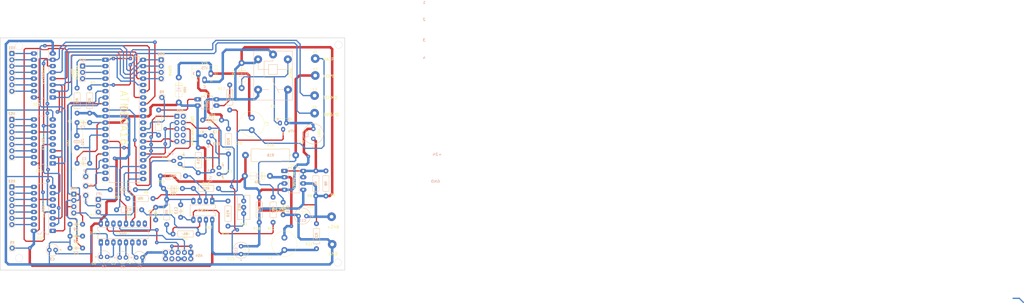
<source format=kicad_pcb>
(kicad_pcb (version 20221018) (generator pcbnew)
  (layers (0 "F.Cu" signal) (31 "B.Cu" signal) (34 "B.Paste" user) (35 "F.Paste" user) (36 "B.SilkS" user "B.Silkscreen") (37 "F.SilkS" user "F.Silkscreen") (38 "B.Mask" user) (39 "F.Mask" user) (44 "Edge.Cuts" user))
  (net 0 "")
  (net 1 "GND")
  (net 2 "Net-(DD1-XTAL1)")
  (net 3 "Net-(DD1-XTAL2)")
  (net 4 "Net-(DD2-VS+)")
  (net 5 "Net-(DD2-VS-)")
  (net 6 "Net-(DD2-C2+)")
  (net 7 "Net-(DD2-C2-)")
  (net 8 "Net-(DD2-C1+)")
  (net 9 "Net-(DD2-C1-)")
  (net 10 "Net-(DD1-PB7)")
  (net 11 "Net-(DD1-PB6)")
  (net 12 "Net-(DD1-PB5)")
  (net 13 "Net-(C10-Pad1)")
  (net 14 "+24V")
  (net 15 "Net-(DA1-DC)")
  (net 16 "Net-(DA2B-+)")
  (net 17 "Net-(DA1-TC)")
  (net 18 "+5V")
  (net 19 "Net-(DA1-Vfb)")
  (net 20 "Net-(DA1-SwE)")
  (net 21 "Net-(DA2-Pad1)")
  (net 22 "Net-(DA2A--)")
  (net 23 "Net-(DA2A-+)")
  (net 24 "Net-(DA2B--)")
  (net 25 "Net-(DA3-Pad1)")
  (net 26 "Net-(DA3-Pad3)")
  (net 27 "Net-(DD1-PB0)")
  (net 28 "/PWM")
  (net 29 "Net-(DD1-PB4)")
  (net 30 "/RST")
  (net 31 "/TEMP")
  (net 32 "/CURRENT")
  (net 33 "/TCK")
  (net 34 "/TMS")
  (net 35 "/TDO")
  (net 36 "/TDI")
  (net 37 "/GUARD")
  (net 44 "Net-(DD2-R1IN)")
  (net 45 "Net-(DD2-T1OUT)")
  (net 46 "Net-(DD3-A)")
  (net 47 "Net-(DD3-B)")
  (net 48 "Net-(DD3-C)")
  (net 49 "Net-(DD3-D)")
  (net 50 "Net-(DD3-E)")
  (net 51 "Net-(DD3-F)")
  (net 52 "Net-(DD3-G)")
  (net 53 "Net-(DD4-A)")
  (net 54 "Net-(DD4-B)")
  (net 55 "Net-(DD4-C)")
  (net 56 "Net-(DD4-D)")
  (net 57 "Net-(DD4-E)")
  (net 58 "Net-(DD4-F)")
  (net 59 "Net-(DD4-G)")
  (net 60 "Net-(DD5-A)")
  (net 61 "Net-(DD5-B)")
  (net 62 "Net-(DD5-C)")
  (net 63 "Net-(DD5-D)")
  (net 64 "Net-(DD5-E)")
  (net 65 "Net-(DD5-F)")
  (net 66 "Net-(DD5-G)")
  (net 67 "Net-(K1-Pad1)")
  (net 68 "Net-(VD2-A)")
  (net 69 "Net-(VD5-K)")
  (net 70 "Net-(R10-Pad1)")
  (net 71 "Net-(VT1-Б)")
  (net 72 "Net-(VT1-Э)")
  (net 73 "Net-(VT4-Б)")
  (net 74 "Net-(VT2-Э)")
  (net 75 "Net-(VD4-A)")
  (net 76 "Net-(XS4-Pin_1)")
  (net 77 "Net-(XS4-Pin_4)")
  (net 82 "Net-(DD1-PD7)")
  (net 83 "/D0")
  (net 84 "/D1")
  (net 85 "/D2")
  (net 86 "/D3")
  (net 87 "/S0")
  (net 88 "/S1")
  (net 89 "/S2")
  (net 90 "/BLK")
  (net 91 "unconnected-(DD1-PD6-Pad20)")
  (net 92 "Net-(DD1-PD4)")
  (net 93 "/GUARD1")
  (net 94 "/TEMP1")
  (net 95 "/TX")
  (net 96 "/RX")
  (net 97 "/SA2")
  (net 98 "/SA1")
  (net 99 "/SA0")
  (net 100 "/PWM1")
  (net 101 "Net-(DD1-PC7)")
  (net 102 "Net-(X1-Pin_1)")
  (net 103 "Net-(X2-Pin_1)")
  (footprint "CF-25:1R" (layer "F.Cu") (at 216.4105 99.06 -90)
    (fp_text reference "R8")
    (fp_text value "1")
  )
  (footprint "Indictors:100uH Neosid" (layer "F.Cu") (at 186.4385 77.55 -90)
    (fp_text reference "L2")
    (fp_text value "100uH")
  )
  (footprint "Connectors:PIN-Wire" (layer "F.Cu") (at 212.0925 60.452)
    (fp_text reference "X2")
    (fp_text value "ТОКОСЪЁМ")
  )
  (footprint "Pin Headers:1x03" (layer "F.Cu") (at 124.4625 110.617)
    (fp_text reference "JP1")
    (fp_text value "1x03F")
  )
  (footprint "Diodes:1N5819" (layer "F.Cu") (at 193.8045 101.092 180)
    (fp_text reference "VD3")
    (fp_text value "1N5819")
  )
  (footprint "CF-25:10K" (layer "F.Cu") (at 115.89 65.532 -90)
    (fp_text reference "R1")
    (fp_text value "10k")
  )
  (footprint "CF-25:100R" (layer "F.Cu") (at 177.0405 92.202 90)
    (fp_text reference "R20")
    (fp_text value "100")
  )
  (footprint "CF-25:100R" (layer "F.Cu") (at 129.2885 106.68)
    (fp_text reference "R11")
    (fp_text value "100")
  )
  (footprint "Transistors:BC547" (layer "F.Cu") (at 200.4085 80.4545 180)
    (fp_text reference "VT4")
    (fp_text value "BC547" hide)
  )
  (footprint "CF-25:6K8" (layer "F.Cu") (at 164.8485 89.662 -90)
    (fp_text reference "R14")
    (fp_text value "6,8k")
  )
  (footprint "Pin Headers:1x04" (layer "F.Cu") (at 149.8625 54.102)
    (fp_text reference "XS9")
    (fp_text value "ЦИФ ШИНА")
  )
  (footprint "Diodes:1N4728" (layer "F.Cu") (at 158.435 106.172 180)
    (fp_text reference "VD1")
    (fp_text value "1N4728")
  )
  (footprint "Atmel:AtMega16-DIP-S" (layer "F.Cu") (at 127.32 54.102)
    (fp_text reference "DD1" hide)
    (fp_text value "ATmega16A")
  )
  (footprint "Connectors:PIN-Wire" (layer "F.Cu") (at 211.8385 68.58)
    (fp_text reference "X3")
    (fp_text value "ТЕРМО")
  )
  (footprint "Diodes:FR107" (layer "F.Cu") (at 156.9745 61.214 -90)
    (fp_text reference "VD5")
    (fp_text value "FR107")
  )
  (footprint "Transistors:BC557" (layer "F.Cu") (at 170.1825 85.598 180)
    (fp_text reference "VT3")
    (fp_text value "BC557" hide)
  )
  (footprint "Pin Headers:Pin" (layer "F.Cu") (at 150.1165 69.342)
    (fp_text reference "X6")
    (fp_text value "1x01")
  )
  (footprint "IC:MAX232-DIP" (layer "F.Cu") (at 125.4935 128.016 90)
    (fp_text reference "DD2")
    (fp_text value "MAX232")
  )
  (footprint "Capacitors JAMICON:1uf 50V" (layer "F.Cu") (at 133.0985 134.112)
    (fp_text reference "C5")
    (fp_text value "1u")
  )
  (footprint "Pin Headers:Pin" (layer "F.Cu") (at 89.6645 130.302)
    (fp_text reference "X5")
    (fp_text value "1x01")
  )
  (footprint "Pin Headers:Pin" (layer "F.Cu") (at 119.3825 101.346)
    (fp_text reference "X9" hide)
    (fp_text value "1x01")
  )
  (footprint "CF-25:470R" (layer "F.Cu") (at 136.4005 110.236)
    (fp_text reference "R6")
    (fp_text value "470")
  )
  (footprint "IC:MC34063-DIP" (layer "F.Cu") (at 199.6315 99.07)
    (fp_text reference "DA1")
    (fp_text value "MC34063")
  )
  (footprint "IC:К176ИД2" (layer "F.Cu") (at 106.0475 123.317 180)
    (fp_text reference "DD5")
    (fp_text value "К176ИД2")
  )
  (footprint "IC:К176ИД2" (layer "F.Cu") (at 106.0475 96.012 180)
    (fp_text reference "DD4")
    (fp_text value "К176ИД2")
  )
  (footprint "Capacitors JAMICON:100uf 16V" (layer "F.Cu") (at 208.5575 117.348 180)
    (fp_text reference "C11")
    (fp_text value "100u")
  )
  (footprint "CF-25:10K" (layer "F.Cu") (at 162.88 106.172)
    (fp_text reference "R19")
    (fp_text value "10k")
  )
  (footprint "Capasitors Y5V:100n" (layer "F.Cu") (at 118.1125 125.476 180)
    (fp_text reference "C8")
    (fp_text value "100n")
  )
  (footprint "Capasitors К10-17Б 1206:22pf" (layer "F.Cu") (at 115.89 96.012)
    (fp_text reference "C1")
    (fp_text value "22p")
  )
  (footprint "IC:К176ИД2" (layer "F.Cu") (at 106.0475 69.327 180)
    (fp_text reference "DD3")
    (fp_text value "К176ИД2")
  )
  (footprint "Connectors:PIN-Wire" (layer "F.Cu") (at 212.0925 53.594)
    (fp_text reference "X1")
    (fp_text value "НАГРЕВ")
  )
  (footprint "Connectors:PIN-Wire" (layer "F.Cu") (at 211.8385 75.692)
    (fp_text reference "X4")
    (fp_text value "ВИБРО")
  )
  (footprint "CF-25:51K" (layer "F.Cu") (at 176.85 121.412 90)
    (fp_text reference "R10")
    (fp_text value "51k")
  )
  (footprint "Capacitors JAMICON:1uf 50V" (layer "F.Cu") (at 107.1905 131.064 180)
    (fp_text reference "C3")
    (fp_text value "1u")
  )
  (footprint "CF-25:470R" (layer "F.Cu") (at 131.8285 114.808)
    (fp_text reference "R3")
    (fp_text value "470")
  )
  (footprint "Capacitors JAMICON:1uf 50V" (layer "F.Cu") (at 139.8075 134.112)
    (fp_text reference "C4")
    (fp_text value "1u")
  )
  (footprint "CF-25:10K" (layer "F.Cu") (at 195.0745 119.888 90)
    (fp_text reference "R12")
    (fp_text value "10k")
  )
  (footprint "CF-25:1K" (layer "F.Cu") (at 152.085 110.617 -90)
    (fp_text reference "R5")
    (fp_text value "1k")
  )
  (footprint "Quartz:ECS-H" (layer "F.Cu") (at 115.8265 87.222 -90)
    (fp_text reference "ZQ1")
    (fp_text value "16 МГц")
  )
  (footprint "Diodes:FR107" (layer "F.Cu") (at 182.3745 55.372 -90)
    (fp_text reference "VD2")
    (fp_text value "1N4004")
  )
  (footprint "Pin Headers:2x05" (layer "F.Cu") (at 156.2125 76.962)
    (fp_text reference "XS6")
    (fp_text value "JTAG")
  )
  (footprint "CF-25:100K" (layer "F.Cu") (at 164.785 124.587 180)
    (fp_text reference "R4")
    (fp_text value "100k")
  )
  (footprint "CF-25:1R" (layer "F.Cu") (at 189.4865 109.728 -90)
    (fp_text reference "R18")
    (fp_text value "1,5k")
  )
  (footprint "Pin Headers:1x04" (layer "F.Cu") (at 114.5565 108.458)
    (fp_text reference "XS5")
    (fp_text value "1x04F")
  )
  (footprint "CF-25:10K" (layer "F.Cu") (at 177.5485 64.262 -90)
    (fp_text reference "R17")
    (fp_text value "10k")
  )
  (footprint "Transistors:BC548" (layer "F.Cu") (at 156.7205 96.266 90)
    (fp_text reference "VT1")
    (fp_text value "BC548" hide)
  )
  (footprint "CF-25:5K1" (layer "F.Cu") (at 212.6005 120.396 -90)
    (fp_text reference "R21")
    (fp_text value "5,1")
  )
  (footprint "Capasitors К10-17Б 1206:1u" (layer "F.Cu") (at 157.7365 117.856 90)
    (fp_text reference "C13")
    (fp_text value "1u")
  )
  (footprint "Connectors:PIN-Wire" (layer "F.Cu") (at 218.9505 128.778)
    (fp_text reference "X11" hide)
    (fp_text value "КОРПУС")
  )
  (footprint "IC:PC817-DIP" (layer "F.Cu") (at 164.5795 70.099)
    (fp_text reference "DA3")
    (fp_text value "PC817" hide)
  )
  (footprint "Capacitors JAMICON:1uf 50V" (layer "F.Cu") (at 125.5185 133.858)
    (fp_text reference "C6")
    (fp_text value "1u")
  )
  (footprint "Capasitors Y5V:100n" (layer "F.Cu") (at 118.1125 120.65 180)
    (fp_text reference "C9")
    (fp_text value "100n")
  )
  (footprint "Capacitors JAMICON:100uf 16V" (layer "F.Cu") (at 182.1205 132.74 90)
    (fp_text reference "C15")
    (fp_text value "100u")
  )
  (footprint "Transistors:BC547" (layer "F.Cu") (at 172.4685 100.33 90)
    (fp_text reference "VT2")
    (fp_text value "BC547" hide)
  )
  (footprint "Diodes:1N4746" (layer "F.Cu") (at 166.6265 78.486)
    (fp_text reference "VD4")
    (fp_text value "1N4746")
  )
  (footprint "Indictors:100uH Neosid" (layer "F.Cu") (at 199.6465 131.064 90)
    (fp_text reference "L1")
    (fp_text value "100uH")
  )
  (footprint "CF-25:470R" (layer "F.Cu") (at 148.8465 84.582 90)
    (fp_text reference "R7")
    (fp_text value "470")
  )
  (footprint "Capacitors JAMICON:100uf 50V" (layer "F.Cu") (at 211.3305 86.042 90)
    (fp_text reference "C12")
    (fp_text value "100u")
  )
  (footprint "Transistors:IRFZ44" (layer "F.Cu") (at 164.8485 59.69)
    (fp_text reference "VT5")
    (fp_text value "IRFZ44" hide)
  )
  (footprint "Capasitors Y5V:100n" (layer "F.Cu") (at 147.64 118.872 90)
    (fp_text reference "C10")
    (fp_text value "100n")
  )
  (footprint "Connectors:PIN-Wire" (layer "F.Cu") (at 218.6965 117.602)
    (fp_text reference "X10" hide)
    (fp_text value "ПИТАНИЕ")
  )
  (footprint "CF-25:1R" (layer "F.Cu") (at 212.3465 99.06 -90)
    (fp_text reference "R9")
    (fp_text value "1")
  )
  (footprint "Pin Headers:1x03" (layer "F.Cu") (at 118.1125 56.642)
    (fp_text reference "XS7")
    (fp_text value "ДОП РАЗРЯД")
  )
  (footprint "Pin Headers:Pin" (layer "F.Cu") (at 119.3825 105.156)
    (fp_text reference "X8" hide)
    (fp_text value "1x01")
  )
  (footprint "Relay:SRD-24VDC-SL-C" (layer "F.Cu") (at 195.0745 51.957 -90)
    (fp_text reference "K1")
    (fp_text value "SRD-24VDC-SL-C")
  )
  (footprint "Pin Headers:1x07" (layer "F.Cu") (at 89.5375 105.537)
    (fp_text reference "XS3")
    (fp_text value "1x07")
  )
  (footprint "CF-2:0.1R" (layer "F.Cu") (at 183.8985 92.71)
    (fp_text reference "R16")
    (fp_text value "0.1")
  )
  (footprint "Bouruns:3296W 500k" (layer "F.Cu") (at 183.2 111.252 90)
    (fp_text reference "R13")
    (fp_text value "500k")
  )
  (footprint "Capasitors К10-17Б 1206:470pf" (layer "F.Cu") (at 199.1385 111.76 -90)
    (fp_text reference "C14")
    (fp_text value "470p")
  )
  (footprint "CF-25:1K" (layer "F.Cu") (at 149.545 101.092)
    (fp_text reference "R15")
    (fp_text value "1k")
  )
  (footprint "Pin Headers:1x07" (layer "F.Cu") (at 89.5375 51.562)
    (fp_text reference "XS1")
    (fp_text value "1x07")
  )
  (footprint "IC:AD822-DIP" (layer "F.Cu") (at 170.49 111.237 -90)
    (fp_text reference "DA2")
    (fp_text value "AD822")
  )
  (footprint "Capasitors К10-17Б 1206:22pf" (layer "F.Cu") (at 120.97 79.502 180)
    (fp_text reference "C2")
    (fp_text value "22p")
  )
  (footprint "Pin Headers:1x07" (layer "F.Cu") (at 89.5225 78.247)
    (fp_text reference "XS2")
    (fp_text value "1x07")
  )
  (footprint "Capasitors Y5V:100n" (layer "F.Cu") (at 118.1125 130.302 180)
    (fp_text reference "C7")
    (fp_text value "100n")
  )
  (footprint "Pin Headers:Pin" (layer "F.Cu") (at 119.3825 108.966)
    (fp_text reference "X7" hide)
    (fp_text value "1x01")
  )
  (footprint "Pin Headers:2x05" (layer "F.Cu") (at 161.7955 132.075 -90)
    (fp_text reference "XS4")
    (fp_text value "RS232")
  )
  (footprint "CF-25:10K" (layer "F.Cu") (at 120.97 65.532 -90)
    (fp_text reference "R2")
    (fp_text value "10k")
  )
  (gr_rect (start 249.3255 144.064) (end 249.3255 144.064) (stroke (width 0.2)) (fill none) (layer "F.Cu"))
  (gr_circle (center 92.4585 48.514) (end 93.9585 48.514) (stroke (width 0.1)) (fill none) (layer "Edge.Cuts"))
  (gr_rect (start 84.8385 45.212) (end 224.0305 139.192) (stroke (width 0.2)) (fill none) (layer "Edge.Cuts"))
  (gr_circle (center 87.3785 136.652) (end 87.3785 136.652) (stroke (width 0.1)) (fill none) (layer "Edge.Cuts"))
  (gr_circle (center 92.4585 134.366) (end 93.9585 134.366) (stroke (width 0.1)) (fill none) (layer "Edge.Cuts"))
  (gr_circle (center 221.5145 48.006) (end 223.0145 48.006) (stroke (width 0.1)) (fill none) (layer "Edge.Cuts"))
  (gr_circle (center 221.2365 136.144) (end 222.7365 136.144) (stroke (width 0.1)) (fill none) (layer "Edge.Cuts"))
  (gr_text "2" (at 256.794 38.354) (layer "B.SilkS") (effects (font (size 1 1.2) (thickness 0.2) bold) (justify left bottom mirror)))
  (gr_text "3" (at 256.794 46.736) (layer "B.SilkS") (effects (font (size 1 1.2) (thickness 0.2) bold) (justify left bottom mirror)))
  (gr_text "GND" (at 262.636 103.886) (layer "B.SilkS") (effects (font (size 1 1.2) (thickness 0.2) bold) (justify left bottom mirror)))
  (gr_text "1" (at 256.794 31.496) (layer "B.SilkS") (effects (font (size 1 1.2) (thickness 0.2) bold) (justify left bottom mirror)))
  (gr_text "4" (at 256.794 53.848) (layer "B.SilkS") (effects (font (size 1 1.2) (thickness 0.2) bold) (justify left bottom mirror)))
  (gr_text "+24" (at 263.398 92.964) (layer "B.SilkS") (effects (font (size 1 1.2) (thickness 0.2) bold) (justify left bottom mirror)))
  (gr_text "PWM" (at 161.798 85.344 270) (layer "F.SilkS") (effects (font (size 1 1) (thickness 0.2) bold) (justify left bottom)))
  (gr_text "GRD" (at 161.798 76.708 270) (layer "F.SilkS") (effects (font (size 1 1) (thickness 0.2) bold) (justify left bottom)))
  (gr_text "GND" (at 217.424 133.35) (layer "F.SilkS") (effects (font (size 1.2 1.2) (thickness 0.2) bold) (justify left bottom)))
  (gr_text "ТЕРМО" (at 215.138 70.104) (layer "F.SilkS") (effects (font (size 1.2 1.2) (thickness 0.2) bold) (justify left bottom)))
  (gr_text "РАЗРЯД\n  ДОП" (at 113.538 56.134 270) (layer "F.SilkS") (effects (font (size 1 1) (thickness 0.2) bold) (justify left bottom)))
  (gr_text "ШИНА" (at 152.908 56.134 270) (layer "F.SilkS") (effects (font (size 1 1) (thickness 0.2) bold) (justify left bottom)))
  (gr_text "JTAG" (at 202.692 61.722 90) (layer "F.SilkS") (effects (font (size 1.2 1.2) (thickness 0.2) bold) (justify left bottom)))
  (gr_text "+24В" (at 216.662 122.428) (layer "F.SilkS") (effects (font (size 1.2 1.2) (thickness 0.2) bold) (justify left bottom)))
  (gr_text "TEMP" (at 161.798 80.772 270) (layer "F.SilkS") (effects (font (size 1 1) (thickness 0.2) bold) (justify left bottom)))
  (gr_text "КОРП" (at 215.138 61.468) (layer "F.SilkS") (effects (font (size 1.2 1.2) (thickness 0.2) bold) (justify left bottom)))
  (gr_text "ВИБРО" (at 215.392 76.962) (layer "F.SilkS") (effects (font (size 1.2 1.2) (thickness 0.2) bold) (justify left bottom)))
  (gr_text "RS232" (at 194.564 115.57) (layer "F.SilkS") (effects (font (size 1.2 1.2) (thickness 0.2) bold) (justify left bottom)))
  (gr_text "НАГР" (at 215.138 54.61) (layer "F.SilkS") (effects (font (size 1.2 1.2) (thickness 0.2) bold) (justify left bottom)))
  (segment (start 494.03 150.622) (end 496.567522 150.622) (width 0.5) (layer "B.Cu") (net 0))
  (segment (start 496.567522 150.622) (end 498.219761 152.274239) (width 0.5) (layer "B.Cu") (net 0))
  (segment (start 183.8985 100.838) (end 183.6445 101.092) (width 0.5) (layer "F.Cu") (net 1))
  (segment (start 133.8605 79.502) (end 136.4005 76.962) (width 1) (layer "F.Cu") (net 1))
  (segment (start 115.89 93.6625) (end 115.89 96.012) (width 0.5) (layer "F.Cu") (net 1))
  (segment (start 145.5445 115.8875) (end 147.64 113.792) (width 0.5) (layer "F.Cu") (net 1))
  (segment (start 164.8485 89.662) (end 167.1345 89.662) (width 1) (layer "F.Cu") (net 1))
  (segment (start 128.0335 122.697) (end 128.7805 123.444) (width 0.5) (layer "F.Cu") (net 1))
  (segment (start 128.0335 120.396) (end 128.0335 122.697) (width 0.5) (layer "F.Cu") (net 1))
  (segment (start 145.5445 73.406) (end 146.5605 72.39) (width 1) (layer "F.Cu") (net 1))
  (segment (start 189.4865 109.728) (end 189.4865 114.046) (width 1) (layer "F.Cu") (net 1))
  (segment (start 198.8845 115.062) (end 199.1385 115.316) (width 1) (layer "F.Cu") (net 1))
  (segment (start 209.2985 93.218) (end 207.5205 91.44) (width 1) (layer "F.Cu") (net 1))
  (segment (start 146.5605 72.39) (end 155.9585 72.39) (width 1) (layer "F.Cu") (net 1))
  (segment (start 144.7825 76.962) (end 145.5445 76.2) (width 1) (layer "F.Cu") (net 1))
  (segment (start 127.32 79.502) (end 124.9705 79.502) (width 0.5) (layer "F.Cu") (net 1))
  (segment (start 189.4865 107.696) (end 189.4865 109.728) (width 1) (layer "F.Cu") (net 1))
  (segment (start 149.545 101.092) (end 154.6885 101.092) (width 1) (layer "F.Cu") (net 1))
  (segment (start 123.9545 80.518) (end 123.9545 90.424) (width 0.5) (layer "F.Cu") (net 1))
  (segment (start 184.1525 101.092) (end 183.8985 100.838) (width 0.5) (layer "F.Cu") (net 1))
  (segment (start 124.9705 79.502) (end 123.9545 80.518) (width 0.5) (layer "F.Cu") (net 1))
  (segment (start 127.32 79.502) (end 133.8605 79.502) (width 1) (layer "F.Cu") (net 1))
  (segment (start 123.1925 91.186) (end 118.3665 91.186) (width 0.5) (layer "F.Cu") (net 1))
  (segment (start 145.5445 122.936) (end 145.5445 115.8875) (width 0.5) (layer "F.Cu") (net 1))
  (segment (start 183.6445 101.092) (end 183.6445 101.346) (width 0.5) (layer "F.Cu") (net 1))
  (segment (start 199.6315 106.69) (end 190.4925 106.69) (width 1) (layer "F.Cu") (net 1))
  (segment (start 199.1385 115.316) (end 199.1385 116.84) (width 1) (layer "F.Cu") (net 1))
  (segment (start 167.6425 90.17) (end 167.6425 103.378) (width 1) (layer "F.Cu") (net 1))
  (segment (start 142.56 76.962) (end 144.7825 76.962) (width 1) (layer "F.Cu") (net 1))
  (segment (start 128.7805 123.444) (end 145.0365 123.444) (width 0.5) (layer "F.Cu") (net 1))
  (segment (start 145.0365 123.444) (end 145.5445 122.936) (width 0.5) (layer "F.Cu") (net 1))
  (segment (start 207.5205 91.44) (end 207.5205 83.566) (width 1) (layer "F.Cu") (net 1))
  (segment (start 190.4925 106.69) (end 189.4865 107.696) (width 1) (layer "F.Cu") (net 1))
  (segment (start 118.3665 91.186) (end 115.89 93.6625) (width 0.5) (layer "F.Cu") (net 1))
  (segment (start 155.9585 72.39) (end 156.9745 71.374) (width 1) (layer "F.Cu") (net 1))
  (segment (start 209.0445 82.042) (end 211.3305 82.042) (width 1) (layer "F.Cu") (net 1))
  (segment (start 167.1345 89.662) (end 167.6425 90.17) (width 1) (layer "F.Cu") (net 1))
  (segment (start 154.6885 101.092) (end 156.9745 103.378) (width 1) (layer "F.Cu") (net 1))
  (segment (start 136.4005 76.962) (end 142.56 76.962) (width 1) (layer "F.Cu") (net 1))
  (segment (start 181.6125 103.378) (end 166.3725 103.378) (width 1) (layer "F.Cu") (net 1))
  (segment (start 190.5025 115.062) (end 198.8845 115.062) (width 1) (layer "F.Cu") (net 1))
  (segment (start 167.6425 103.378) (end 166.3725 103.378) (width 0.5) (layer "F.Cu") (net 1))
  (segment (start 145.5445 76.2) (end 145.5445 73.406) (width 1) (layer "F.Cu") (net 1))
  (segment (start 207.5205 83.566) (end 209.0445 82.042) (width 1) (layer "F.Cu") (net 1))
  (segment (start 183.8985 92.71) (end 183.8985 100.838) (width 1) (layer "F.Cu") (net 1))
  (segment (start 156.9745 103.378) (end 166.3725 103.378) (width 1) (layer "F.Cu") (net 1))
  (segment (start 189.4865 114.046) (end 190.5025 115.062) (width 1) (layer "F.Cu") (net 1))
  (segment (start 183.6445 101.346) (end 181.6125 103.378) (width 1) (layer "F.Cu") (net 1))
  (segment (start 123.9545 90.424) (end 123.1925 91.186) (width 0.5) (layer "F.Cu") (net 1))
  (via (at 209.2985 93.218) (size 1.5) (drill 0.4) (layers "F.Cu" "B.Cu") (net 1))
  (segment (start 88.1405 136.906) (end 142.2425 136.906) (width 1) (layer "B.Cu") (net 1))
  (segment (start 127.5105 118.11) (end 128.0335 118.633) (width 0.5) (layer "B.Cu") (net 1))
  (segment (start 142.3075 134.112) (end 144.3445 132.075) (width 1) (layer "B.Cu") (net 1))
  (segment (start 189.4865 107.188) (end 188.4705 106.172) (width 1) (layer "B.Cu") (net 1))
  (segment (start 145.8035 132.075) (end 151.6355 132.075) (width 1) (layer "B.Cu") (net 1))
  (segment (start 87.6325 74.422) (end 105.4125 74.422) (width 0.5) (layer "B.Cu") (net 1))
  (segment (start 189.4865 109.728) (end 189.4865 107.188) (width 1) (layer "B.Cu") (net 1))
  (segment (start 106.0475 51.547) (end 106.0475 47.117) (width 1) (layer "B.Cu") (net 1))
  (segment (start 145.7985 132.08) (end 145.8035 132.075) (width 0.5) (layer "B.Cu") (net 1))
  (segment (start 158.2395 72.639) (end 156.9745 71.374) (width 1) (layer "B.Cu") (net 1))
  (segment (start 210.505 79.6925) (end 211.3305 80.518) (width 1) (layer "B.Cu") (net 1))
  (segment (start 105.2855 127.889) (end 112.9055 127.889) (width 0.5) (layer "B.Cu") (net 1))
  (segment (start 106.0475 47.117) (end 105.4125 46.482) (width 1) (layer "B.Cu") (net 1))
  (segment (start 106.0475 105.537) (end 106.0475 101.981) (width 0.5) (layer "B.Cu") (net 1))
  (segment (start 167.6425 84.836) (end 164.5795 84.836) (width 1) (layer "B.Cu") (net 1))
  (segment (start 164.5795 89.393) (end 164.8485 89.662) (width 0.5) (layer "B.Cu") (net 1))
  (segment (start 199.1385 116.84) (end 204.8495 116.84) (width 1) (layer "B.Cu") (net 1))
  (segment (start 205.3575 125.853) (end 206.2505 126.746) (width 1) (layer "B.Cu") (net 1))
  (segment (start 106.0475 101.981) (end 105.4125 101.346) (width 0.5) (layer "B.Cu") (net 1))
  (segment (start 199.6315 106.69) (end 202.6845 106.69) (width 1) (layer "B.Cu") (net 1))
  (segment (start 152.085 112.7125) (end 152.085 110.617) (width 1) (layer "B.Cu") (net 1))
  (segment (start 113.0325 120.65) (end 113.0325 125.476) (width 0.5) (layer "B.Cu") (net 1))
  (segment (start 119.3825 116.078) (end 121.4145 118.11) (width 0.5) (layer "B.Cu") (net 1))
  (segment (start 128.0335 118.633) (end 128.0335 120.396) (width 0.5) (layer "B.Cu") (net 1))
  (segment (start 152.085 107.442) (end 150.815 106.172) (width 1) (layer "B.Cu") (net 1))
  (segment (start 204.9805 96.52) (end 208.5365 96.52) (width 1) (layer "B.Cu") (net 1))
  (segment (start 203.7105 105.664) (end 203.7105 97.79) (width 1) (layer "B.Cu") (net 1))
  (segment (start 105.4125 101.346) (end 87.6325 101.346) (width 0.5) (layer "B.Cu") (net 1))
  (segment (start 147.767 113.665) (end 151.1325 113.665) (width 1) (layer "B.Cu") (net 1))
  (segment (start 206.2505 126.746) (end 217.1725 126.746) (width 1) (layer "B.Cu") (net 1))
  (segment (start 88.3945 46.482) (end 87.1245 47.752) (width 1) (layer "B.Cu") (net 1))
  (segment (start 104.6905 128.484) (end 105.2855 127.889) (width 0.5) (layer "B.Cu") (net 1))
  (segment (start 209.2985 95.758) (end 209.2985 93.218) (width 1) (layer "B.Cu") (net 1))
  (segment (start 114.5565 116.078) (end 119.3825 116.078) (width 0.5) (layer "B.Cu") (net 1))
  (segment (start 152.085 110.617) (end 157.7365 110.617) (width 0.5) (layer "B.Cu") (net 1))
  (segment (start 205.3575 117.348) (end 205.3575 125.853) (width 1) (layer "B.Cu") (net 1))
  (segment (start 144.3445 132.075) (end 145.7935 132.075) (width 1) (layer "B.Cu") (net 1))
  (segment (start 147.64 113.792) (end 147.767 113.665) (width 0.5) (layer "B.Cu") (net 1))
  (segment (start 200.4085 66.823) (end 200.4085 79.6925) (width 1) (layer "B.Cu") (net 1))
  (segment (start 113.0325 127.762) (end 113.0325 125.476) (width 0.5) (layer "B.Cu") (net 1))
  (segment (start 200.4085 79.6925) (end 210.505 79.6925) (width 1) (layer "B.Cu") (net 1))
  (segment (start 164.5795 72.639) (end 164.5795 87.107) (width 1) (layer "B.Cu") (net 1))
  (segment (start 104.6905 131.064) (end 104.6905 128.484) (width 0.5) (layer "B.Cu") (net 1))
  (segment (start 203.7105 97.79) (end 204.9805 96.52) (width 1) (layer "B.Cu") (net 1))
  (segment (start 201.0745 66.157) (end 200.4085 66.823) (width 0.5) (layer "B.Cu") (net 1))
  (segment (start 202.6845 106.69) (end 203.7105 105.664) (width 1) (layer "B.Cu") (net 1))
  (segment (start 104.6905 136.866) (end 104.6505 136.906) (width 0.5) (layer "B.Cu") (net 1))
  (segment (start 149.545 104.902) (end 150.815 106.172) (width 1) (layer "B.Cu") (net 1))
  (segment (start 112.9055 127.889) (end 113.0325 127.762) (width 0.5) (layer "B.Cu") (net 1))
  (segment (start 121.4145 118.11) (end 127.5105 118.11) (width 0.5) (layer "B.Cu") (net 1))
  (segment (start 120.97 79.502) (end 127.32 79.502) (width 0.5) (layer "B.Cu") (net 1))
  (segment (start 164.5795 87.107) (end 164.5945 87.122) (width 0.5) (layer "B.Cu") (net 1))
  (segment (start 164.5795 87.107) (end 164.5795 89.393) (width 1) (layer "B.Cu") (net 1))
  (segment (start 217.9345 136.906) (end 218.9505 135.89) (width 1) (layer "B.Cu") (net 1))
  (segment (start 204.8495 116.84) (end 205.3575 117.348) (width 0.5) (layer "B.Cu") (net 1))
  (segment (start 188.4705 106.172) (end 184.1525 106.172) (width 1) (layer "B.Cu") (net 1))
  (segment (start 151.1325 113.665) (end 152.085 112.7125) (width 1) (layer "B.Cu") (net 1))
  (segment (start 87.1245 135.89) (end 88.1405 136.906) (width 1) (layer "B.Cu") (net 1))
  (segment (start 162.25 110.617) (end 162.87 111.237) (width 0.5) (layer "B.Cu") (net 1))
  (segment (start 105.4125 74.422) (end 106.0475 75.057) (width 0.5) (layer "B.Cu") (net 1))
  (segment (start 211.3305 80.518) (end 211.3305 82.042) (width 1) (layer "B.Cu") (net 1))
  (segment (start 183.6445 105.664) (end 183.6445 101.092) (width 1) (layer "B.Cu") (net 1))
  (segment (start 113.0325 130.302) (end 113.0325 127.762) (width 0.5) (layer "B.Cu") (net 1))
  (segment (start 87.1245 47.752) (end 87.1245 135.89) (width 1) (layer "B.Cu") (net 1))
  (segment (start 152.085 110.617) (end 152.085 107.442) (width 1) (layer "B.Cu") (net 1))
  (segment (start 151.6355 132.075) (end 151.6355 134.615) (width 1) (layer "B.Cu") (net 1))
  (segment (start 142.2425 136.906) (end 217.9345 136.906) (width 1) (layer "B.Cu") (net 1))
  (segment (start 208.5365 96.52) (end 209.2985 95.758) (width 1) (layer "B.Cu") (net 1))
  (segment (start 104.6905 131.064) (end 104.6905 136.866) (width 0.5) (layer "B.Cu") (net 1))
  (segment (start 218.9505 135.89) (end 218.9505 128.778) (width 1) (layer "B.Cu") (net 1))
  (segment (start 149.545 101.092) (end 149.545 104.902) (width 1) (layer "B.Cu") (net 1))
  (segment (start 105.4125 46.482) (end 88.3945 46.482) (width 1) (layer "B.Cu") (net 1))
  (segment (start 142.3075 136.841) (end 142.3075 134.112) (width 1) (layer "B.Cu") (net 1))
  (segment (start 158.7525 87.122) (end 164.5945 87.122) (width 0.5) (layer "B.Cu") (net 1))
  (segment (start 142.2425 136.906) (end 142.3075 136.841) (width 1) (layer "B.Cu") (net 1))
  (segment (start 157.7365 110.617) (end 162.25 110.617) (width 0.5) (layer "B.Cu") (net 1))
  (segment (start 164.5795 72.639) (end 158.2395 72.639) (width 1) (layer "B.Cu") (net 1))
  (segment (start 217.1725 126.746) (end 218.9505 128.524) (width 1) (layer "B.Cu") (net 1))
  (segment (start 184.1525 106.172) (end 183.6445 105.664) (width 1) (layer "B.Cu") (net 1))
  (segment (start 106.0475 75.057) (end 106.0475 78.232) (width 0.5) (layer "B.Cu") (net 1))
  (segment (start 145.7935 132.075) (end 145.7985 132.08) (width 0.5) (layer "B.Cu") (net 1))
  (segment (start 157.7365 112.776) (end 157.7365 110.617) (width 0.5) (layer "B.Cu") (net 1))
  (segment (start 218.9505 128.524) (end 218.9505 128.778) (width 0.25) (layer "B.Cu") (net 1))
  (segment (start 115.8265 89.662) (end 120.97 89.662) (width 0.5) (layer "B.Cu") (net 2))
  (segment (start 120.97 89.027) (end 120.97 85.217) (width 0.5) (layer "B.Cu") (net 2))
  (segment (start 120.97 89.662) (end 120.97 96.012) (width 0.5) (layer "B.Cu") (net 2))
  (segment (start 121.605 84.582) (end 127.32 84.582) (width 0.5) (layer "B.Cu") (net 2))
  (segment (start 127.22 84.482) (end 127.32 84.582) (width 0.5) (layer "B.Cu") (net 2))
  (segment (start 120.97 85.217) (end 121.605 84.582) (width 0.5) (layer "B.Cu") (net 2))
  (segment (start 120.97 89.662) (end 120.97 89.027) (width 0.5) (layer "B.Cu") (net 2))
  (segment (start 115.89 79.502) (end 115.89 80.137) (width 0.5) (layer "B.Cu") (net 3))
  (segment (start 127.32 82.042) (end 116.0805 82.042) (width 0.5) (layer "B.Cu") (net 3))
  (segment (start 115.8265 79.5655) (end 115.89 79.502) (width 0.5) (layer "B.Cu") (net 3))
  (segment (start 116.0805 82.042) (end 115.8265 81.788) (width 0.5) (layer "B.Cu") (net 3))
  (segment (start 115.8265 81.788) (end 115.8265 79.5655) (width 0.5) (layer "B.Cu") (net 3))
  (segment (start 115.8265 84.782) (end 115.8265 81.788) (width 0.5) (layer "B.Cu") (net 3))
  (segment (start 128.0335 124.983) (end 128.0335 128.016) (width 0.5) (layer "B.Cu") (net 4))
  (segment (start 122.1765 124.46) (end 127.5105 124.46) (width 0.5) (layer "B.Cu") (net 4))
  (segment (start 107.4445 132.588) (end 121.1605 132.588) (width 0.5) (layer "B.Cu") (net 4))
  (segment (start 121.6685 132.08) (end 121.6685 124.968) (width 0.5) (layer "B.Cu") (net 4))
  (segment (start 121.1605 132.588) (end 121.6685 132.08) (width 0.5) (layer "B.Cu") (net 4))
  (segment (start 121.6685 124.968) (end 122.1765 124.46) (width 0.5) (layer "B.Cu") (net 4))
  (segment (start 107.1905 131.064) (end 107.1905 132.334) (width 0.5) (layer "B.Cu") (net 4))
  (segment (start 127.5105 124.46) (end 128.0335 124.983) (width 0.5) (layer "B.Cu") (net 4))
  (segment (start 107.1905 132.334) (end 107.4445 132.588) (width 0.5) (layer "B.Cu") (net 4))
  (segment (start 139.8075 134.112) (end 138.1935 132.498) (width 0.5) (layer "B.Cu") (net 5))
  (segment (start 138.1935 132.498) (end 138.1935 128.016) (width 0.5) (layer "B.Cu") (net 5))
  (segment (start 133.0985 134.112) (end 133.0985 128.031) (width 0.5) (layer "B.Cu") (net 6))
  (segment (start 133.0985 128.031) (end 133.1135 128.016) (width 0.5) (layer "B.Cu") (net 6))
  (segment (start 135.5985 134.112) (end 135.5985 128.071) (width 0.5) (layer "B.Cu") (net 7))
  (segment (start 135.5985 128.071) (end 135.6535 128.016) (width 0.5) (layer "B.Cu") (net 7))
  (segment (start 125.5185 128.041) (end 125.4935 128.016) (width 0.5) (layer "B.Cu") (net 8))
  (segment (start 125.5185 133.858) (end 125.5185 128.041) (width 0.5) (layer "B.Cu") (net 8))
  (segment (start 130.5735 133.335) (end 130.5735 128.016) (width 0.5) (layer "B.Cu") (net 9))
  (segment (start 128.0185 133.858) (end 130.0505 133.858) (width 0.5) (layer "B.Cu") (net 9))
  (segment (start 130.0505 133.858) (end 130.5735 133.335) (width 0.5) (layer "B.Cu") (net 9))
  (segment (start 118.1125 130.302) (end 115.8265 128.016) (width 0.5) (layer "F.Cu") (net 10))
  (segment (start 115.8265 128.016) (end 115.8265 119.126) (width 0.5) (layer "F.Cu") (net 10))
  (segment (start 112.0165 117.602) (end 112.0165 113.538) (width 0.5) (layer "F.Cu") (net 10))
  (segment (start 112.0165 113.538) (end 112.0165 72.644) (width 0.5) (layer "F.Cu") (net 10))
  (segment (start 115.8265 119.126) (end 115.0645 118.364) (width 0.5) (layer "F.Cu") (net 10))
  (segment (start 112.7785 118.364) (end 112.0165 117.602) (width 0.5) (layer "F.Cu") (net 10))
  (segment (start 112.0165 72.644) (end 112.7785 71.882) (width 0.5) (layer "F.Cu") (net 10))
  (segment (start 114.5565 113.538) (end 112.0165 113.538) (width 0.5) (layer "F.Cu") (net 10))
  (segment (start 112.7785 71.882) (end 127.32 71.882) (width 0.5) (layer "F.Cu") (net 10))
  (segment (start 115.0645 118.364) (end 112.7785 118.364) (width 0.5) (layer "F.Cu") (net 10))
  (segment (start 116.3345 110.998) (end 114.5565 110.998) (width 0.5) (layer "B.Cu") (net 11))
  (segment (start 114.5565 110.998) (end 112.0165 110.998) (width 0.5) (layer "B.Cu") (net 11))
  (segment (start 127.32 69.342) (end 125.2245 69.342) (width 0.5) (layer "B.Cu") (net 11))
  (segment (start 116.8425 110.49) (end 116.3345 110.998) (width 0.5) (layer "B.Cu") (net 11))
  (segment (start 113.5405 105.41) (end 114.0485 105.918) (width 0.5) (layer "B.Cu") (net 11))
  (segment (start 111.5085 117.094) (end 112.7785 118.364) (width 0.5) (layer "B.Cu") (net 11))
  (segment (start 115.8265 124.968) (end 116.3345 125.476) (width 0.5) (layer "B.Cu") (net 11))
  (segment (start 123.9545 72.644) (end 114.0485 72.644) (width 0.5) (layer "B.Cu") (net 11))
  (segment (start 116.8425 106.172) (end 116.8425 110.49) (width 0.5) (layer "B.Cu") (net 11))
  (segment (start 115.3185 118.364) (end 115.8265 118.872) (width 0.5) (layer "B.Cu") (net 11))
  (segment (start 115.8265 118.872) (end 115.8265 124.968) (width 0.5) (layer "B.Cu") (net 11))
  (segment (start 111.5085 111.506) (end 111.5085 117.094) (width 0.5) (layer "B.Cu") (net 11))
  (segment (start 125.2245 69.342) (end 124.7165 69.85) (width 0.5) (layer "B.Cu") (net 11))
  (segment (start 112.0165 110.998) (end 111.5085 111.506) (width 0.5) (layer "B.Cu") (net 11))
  (segment (start 124.7165 69.85) (end 124.7165 71.882) (width 0.5) (layer "B.Cu") (net 11))
  (segment (start 114.0485 72.644) (end 113.5405 73.152) (width 0.5) (layer "B.Cu") (net 11))
  (segment (start 124.7165 71.882) (end 123.9545 72.644) (width 0.5) (layer "B.Cu") (net 11))
  (segment (start 113.5405 73.152) (end 113.5405 105.41) (width 0.5) (layer "B.Cu") (net 11))
  (segment (start 112.7785 118.364) (end 115.3185 118.364) (width 0.5) (layer "B.Cu") (net 11))
  (segment (start 114.0485 105.918) (end 116.5885 105.918) (width 0.5) (layer "B.Cu") (net 11))
  (segment (start 116.3345 125.476) (end 118.1125 125.476) (width 0.5) (layer "B.Cu") (net 11))
  (segment (start 116.5885 105.918) (end 116.8425 106.172) (width 0.5) (layer "B.Cu") (net 11))
  (segment (start 118.1125 117.348) (end 118.1125 120.65) (width 0.5) (layer "F.Cu") (net 12))
  (segment (start 116.3345 108.458) (end 117.0965 109.22) (width 0.5) (layer "F.Cu") (net 12))
  (segment (start 117.0965 116.332) (end 117.0965 109.22) (width 0.5) (layer "F.Cu") (net 12))
  (segment (start 117.0965 116.332) (end 118.1125 117.348) (width 0.5) (layer "F.Cu") (net 12))
  (segment (start 114.5565 108.458) (end 116.3345 108.458) (width 0.5) (layer "F.Cu") (net 12))
  (segment (start 112.7785 108.458) (end 112.2705 107.95) (width 0.5) (layer "B.Cu") (net 12))
  (segment (start 123.4465 67.564) (end 124.2085 66.802) (width 0.5) (layer "B.Cu") (net 12))
  (segment (start 112.2705 72.39) (end 113.2865 71.374) (width 0.5) (layer "B.Cu") (net 12))
  (segment (start 112.2705 107.95) (end 112.2705 72.39) (width 0.5) (layer "B.Cu") (net 12))
  (segment (start 113.2865 71.374) (end 122.9385 71.374) (width 0.5) (layer "B.Cu") (net 12))
  (segment (start 114.5565 108.458) (end 112.7785 108.458) (width 0.5) (layer "B.Cu") (net 12))
  (segment (start 122.9385 71.374) (end 123.4465 70.866) (width 0.5) (layer "B.Cu") (net 12))
  (segment (start 124.2085 66.802) (end 127.32 66.802) (width 0.5) (layer "B.Cu") (net 12))
  (segment (start 123.4465 70.866) (end 123.4465 67.564) (width 0.5) (layer "B.Cu") (net 12))
  (segment (start 147.64 118.872) (end 147.5765 118.8085) (width 0.5) (layer "B.Cu") (net 13))
  (segment (start 156.657 122.047) (end 164.15 122.047) (width 0.5) (layer "B.Cu") (net 13))
  (segment (start 167.325 124.587) (end 167.95 123.962) (width 0.5) (layer "B.Cu") (net 13))
  (segment (start 164.785 122.682) (end 164.785 124.587) (width 0.5) (layer "B.Cu") (net 13))
  (segment (start 164.785 124.587) (end 167.325 124.587) (width 0.5) (layer "B.Cu") (net 13))
  (segment (start 155.26 120.65) (end 156.657 122.047) (width 0.5) (layer "B.Cu") (net 13))
  (segment (start 144.0205 116.84) (end 147.5765 116.84) (width 0.5) (layer "B.Cu") (net 13))
  (segment (start 147.64 118.872) (end 147.64 116.9035) (width 0.5) (layer "B.Cu") (net 13))
  (segment (start 147.5765 116.84) (end 153.9265 116.84) (width 0.5) (layer "B.Cu") (net 13))
  (segment (start 167.95 123.962) (end 167.95 118.857) (width 0.5) (layer "B.Cu") (net 13))
  (segment (start 141.9885 114.808) (end 144.0205 116.84) (width 0.5) (layer "B.Cu") (net 13))
  (segment (start 164.15 122.047) (end 164.785 122.682) (width 0.5) (layer "B.Cu") (net 13))
  (segment (start 155.26 118.1735) (end 155.26 120.65) (width 0.5) (layer "B.Cu") (net 13))
  (segment (start 147.64 116.9035) (end 147.5765 116.84) (width 0.5) (layer "B.Cu") (net 13))
  (segment (start 153.9265 116.84) (end 155.26 118.1735) (width 0.5) (layer "B.Cu") (net 13))
  (segment (start 218.9505 49.784) (end 218.9505 108.204) (width 1) (layer "F.Cu") (net 14))
  (segment (start 182.3745 50.292) (end 183.6445 49.022) (width 1) (layer "F.Cu") (net 14))
  (segment (start 217.9345 109.22) (end 216.4105 109.22) (width 1) (layer "F.Cu") (net 14))
  (segment (start 218.9505 108.204) (end 217.9345 109.22) (width 1) (layer "F.Cu") (net 14))
  (segment (start 169.9285 78.486) (end 173.2305 81.788) (width 0.5) (layer "F.Cu") (net 14))
  (segment (start 218.1885 49.022) (end 218.9505 49.784) (width 1) (layer "F.Cu") (net 14))
  (segment (start 173.2305 81.788) (end 173.2305 97.79) (width 0.5) (layer "F.Cu") (net 14))
  (segment (start 182.3745 55.372) (end 182.3745 50.292) (width 1) (layer "F.Cu") (net 14))
  (segment (start 166.6265 78.486) (end 169.9285 78.486) (width 0.5) (layer "F.Cu") (net 14))
  (segment (start 183.6445 49.022) (end 218.1885 49.022) (width 1) (layer "F.Cu") (net 14))
  (segment (start 172.1995 70.099) (end 179.8345 70.099) (width 1) (layer "B.Cu") (net 14))
  (segment (start 173.2305 97.79) (end 173.2305 94.234) (width 0.5) (layer "B.Cu") (net 14))
  (segment (start 172.7225 93.726) (end 157.4825 93.726) (width 0.5) (layer "B.Cu") (net 14))
  (segment (start 212.3465 105.41) (end 211.0765 104.14) (width 1) (layer "B.Cu") (net 14))
  (segment (start 187.7135 70.099) (end 189.0245 68.788) (width 1) (layer "B.Cu") (net 14))
  (segment (start 182.3745 55.372) (end 187.5595 55.372) (width 1) (layer "B.Cu") (net 14))
  (segment (start 179.8345 57.912) (end 179.8345 70.099) (width 1) (layer "B.Cu") (net 14))
  (segment (start 211.0665 104.15) (end 207.2515 104.15) (width 1) (layer "B.Cu") (net 14))
  (segment (start 166.6265 78.486) (end 167.6425 77.47) (width 1) (layer "B.Cu") (net 14))
  (segment (start 167.6425 71.12) (end 168.6635 70.099) (width 1) (layer "B.Cu") (net 14))
  (segment (start 218.6965 117.602) (end 208.8115 117.602) (width 1) (layer "B.Cu") (net 14))
  (segment (start 212.3465 109.22) (end 216.4105 109.22) (width 1) (layer "B.Cu") (net 14))
  (segment (start 212.3465 109.22) (end 212.3465 105.41) (width 1) (layer "B.Cu") (net 14))
  (segment (start 187.5595 55.372) (end 189.0245 53.907) (width 1) (layer "B.Cu") (net 14))
  (segment (start 212.3465 117.475) (end 212.3465 109.22) (width 1) (layer "B.Cu") (net 14))
  (segment (start 179.8345 70.099) (end 187.7135 70.099) (width 1) (layer "B.Cu") (net 14))
  (segment (start 208.8115 117.602) (end 208.5575 117.348) (width 0.5) (layer "B.Cu") (net 14))
  (segment (start 211.0765 104.14) (end 211.0665 104.15) (width 0.5) (layer "B.Cu") (net 14))
  (segment (start 189.0245 68.788) (end 189.0245 66.181) (width 1) (layer "B.Cu") (net 14))
  (segment (start 182.3745 55.372) (end 179.8345 57.912) (width 1) (layer "B.Cu") (net 14))
  (segment (start 173.2305 94.234) (end 172.7225 93.726) (width 0.5) (layer "B.Cu") (net 14))
  (segment (start 167.6425 77.47) (end 167.6425 71.12) (width 1) (layer "B.Cu") (net 14))
  (segment (start 168.6635 70.099) (end 172.1995 70.099) (width 1) (layer "B.Cu") (net 14))
  (segment (start 211.3305 86.042) (end 212.3465 87.058) (width 1) (layer "F.Cu") (net 15))
  (segment (start 207.2515 99.07) (end 199.6315 99.07) (width 0.5) (layer "F.Cu") (net 15))
  (segment (start 212.3465 87.058) (end 212.3465 99.06) (width 1) (layer "F.Cu") (net 15))
  (segment (start 207.2615 99.06) (end 207.2515 99.07) (width 0.5) (layer "B.Cu") (net 15))
  (segment (start 212.3465 99.06) (end 216.4105 99.06) (width 1) (layer "B.Cu") (net 15))
  (segment (start 207.2515 99.07) (end 207.2515 101.61) (width 0.5) (layer "B.Cu") (net 15))
  (segment (start 212.3465 99.06) (end 207.2615 99.06) (width 1) (layer "B.Cu") (net 15))
  (segment (start 162.87 115.7705) (end 163.5785 115.062) (width 0.5) (layer "F.Cu") (net 16))
  (segment (start 173.9925 124.46) (end 194.5665 124.46) (width 0.5) (layer "F.Cu") (net 16))
  (segment (start 163.5785 115.062) (end 172.2145 115.062) (width 0.5) (layer "F.Cu") (net 16))
  (segment (start 173.2305 123.698) (end 173.9925 124.46) (width 0.5) (layer "F.Cu") (net 16))
  (segment (start 162.87 118.857) (end 162.87 115.7705) (width 0.5) (layer "F.Cu") (net 16))
  (segment (start 195.0745 123.952) (end 195.0745 119.888) (width 0.5) (layer "F.Cu") (net 16))
  (segment (start 194.5665 124.46) (end 195.0745 123.952) (width 0.5) (layer "F.Cu") (net 16))
  (segment (start 172.2145 115.062) (end 173.2305 116.078) (width 0.5) (layer "F.Cu") (net 16))
  (segment (start 173.2305 116.078) (end 173.2305 123.698) (width 0.5) (layer "F.Cu") (net 16))
  (segment (start 157.8 117.602) (end 159.07 117.602) (width 0.5) (layer "B.Cu") (net 16))
  (segment (start 159.07 117.602) (end 160.325 118.857) (width 0.5) (layer "B.Cu") (net 16))
  (segment (start 160.325 118.857) (end 162.87 118.857) (width 0.5) (layer "B.Cu") (net 16))
  (segment (start 197.1065 104.902) (end 197.1065 108.204) (width 0.5) (layer "B.Cu") (net 17))
  (segment (start 199.1385 110.236) (end 199.1385 111.76) (width 0.5) (layer "B.Cu") (net 17))
  (segment (start 197.8585 104.15) (end 197.1065 104.902) (width 0.5) (layer "B.Cu") (net 17))
  (segment (start 197.1065 108.204) (end 199.1385 110.236) (width 0.5) (layer "B.Cu") (net 17))
  (segment (start 199.6315 104.15) (end 197.8585 104.15) (width 0.5) (layer "B.Cu") (net 17))
  (segment (start 103.8885 53.848) (end 103.6345 53.594) (width 0.5) (layer "F.Cu") (net 18))
  (segment (start 128.2725 111.252) (end 127.7645 111.76) (width 1) (layer "F.Cu") (net 18))
  (segment (start 127.7645 111.76) (end 127.7645 116.586) (width 1) (layer "F.Cu") (net 18))
  (segment (start 100.5865 83.312) (end 100.5865 95.758) (width 0.5) (layer "F.Cu") (net 18))
  (segment (start 99.9515 123.317) (end 98.4275 123.317) (width 0.5) (layer "F.Cu") (net 18))
  (segment (start 100.7135 110.617) (end 100.5865 110.49) (width 0.5) (layer "F.Cu") (net 18))
  (segment (start 164.0865 81.788) (end 169.4205 81.788) (width 0.5) (layer "F.Cu") (net 18))
  (segment (start 178.3105 105.41) (end 179.5805 106.68) (width 0.5) (layer "F.Cu") (net 18))
  (segment (start 179.5805 122.174) (end 180.5965 122.936) (width 0.5) (layer "F.Cu") (net 18))
  (segment (start 131.8285 110.49) (end 131.0665 111.252) (width 1) (layer "F.Cu") (net 18))
  (segment (start 121.6685 121.666) (end 121.6685 137.414) (width 1) (layer "F.Cu") (net 18))
  (segment (start 163.8325 81.534) (end 164.0865 81.788) (width 0.5) (layer "F.Cu") (net 18))
  (segment (start 106.0475 110.617) (end 100.7135 110.617) (width 0.5) (layer "F.Cu") (net 18))
  (segment (start 98.4275 69.327) (end 100.5865 69.327) (width 0.5) (layer "F.Cu") (net 18))
  (segment (start 103.8885 56.358) (end 103.8885 53.848) (width 0.5) (layer "F.Cu") (net 18))
  (segment (start 121.6685 137.414) (end 97.7925 137.414) (width 1) (layer "F.Cu") (net 18))
  (segment (start 131.8285 94.742) (end 131.8285 110.49) (width 1) (layer "F.Cu") (net 18))
  (segment (start 158.7525 79.502) (end 161.8005 79.502) (width 0.5) (layer "F.Cu") (net 18))
  (segment (start 125.4935 120.396) (end 122.9385 120.396) (width 1) (layer "F.Cu") (net 18))
  (segment (start 121.6685 137.414) (end 122.4305 137.414) (width 1) (layer "F.Cu") (net 18))
  (segment (start 96.7765 136.398) (end 96.7765 130.302) (width 1) (layer "F.Cu") (net 18))
  (segment (start 100.5865 95.758) (end 100.5865 96.012) (width 0.5) (layer "F.Cu") (net 18))
  (segment (start 131.0665 111.252) (end 128.2725 111.252) (width 1) (layer "F.Cu") (net 18))
  (segment (start 100.5865 69.327) (end 100.5865 83.312) (width 0.5) (layer "F.Cu") (net 18))
  (segment (start 98.4275 96.012) (end 100.5865 96.012) (width 0.5) (layer "F.Cu") (net 18))
  (segment (start 106.0475 56.627) (end 104.1575 56.627) (width 0.5) (layer "F.Cu") (net 18))
  (segment (start 127.7645 116.586) (end 125.4935 118.857) (width 1) (layer "F.Cu") (net 18))
  (segment (start 100.5865 95.758) (end 100.5865 110.49) (width 0.5) (layer "F.Cu") (net 18))
  (segment (start 106.0475 83.312) (end 100.5865 83.312) (width 0.5) (layer "F.Cu") (net 18))
  (segment (start 100.5865 110.49) (end 100.5865 122.682) (width 0.5) (layer "F.Cu") (net 18))
  (segment (start 122.9385 120.396) (end 121.6685 121.666) (width 1) (layer "F.Cu") (net 18))
  (segment (start 170.49 136.398) (end 170.49 118.857) (width 1) (layer "F.Cu") (net 18))
  (segment (start 100.5865 122.682) (end 99.9515 123.317) (width 0.5) (layer "F.Cu") (net 18))
  (segment (start 131.0665 93.98) (end 131.8285 94.742) (width 1) (layer "F.Cu") (net 18))
  (segment (start 100.5865 53.848) (end 100.5865 69.327) (width 0.5) (layer "F.Cu") (net 18))
  (segment (start 103.6345 53.594) (end 100.8405 53.594) (width 0.5) (layer "F.Cu") (net 18))
  (segment (start 97.7925 137.414) (end 96.7765 136.398) (width 1) (layer "F.Cu") (net 18))
  (segment (start 100.8405 53.594) (end 100.5865 53.848) (width 0.5) (layer "F.Cu") (net 18))
  (segment (start 104.1575 56.627) (end 103.8885 56.358) (width 0.5) (layer "F.Cu") (net 18))
  (segment (start 161.8005 79.502) (end 163.8325 81.534) (width 0.5) (layer "F.Cu") (net 18))
  (segment (start 125.4935 118.857) (end 125.4935 120.396) (width 1) (layer "F.Cu") (net 18))
  (segment (start 122.4305 137.414) (end 169.474 137.414) (width 1) (layer "F.Cu") (net 18))
  (segment (start 180.5965 122.936) (end 180.0885 122.682) (width 0.5) (layer "F.Cu") (net 18))
  (segment (start 179.5805 106.68) (end 179.5805 122.174) (width 0.5) (layer "F.Cu") (net 18))
  (segment (start 169.474 137.414) (end 170.49 136.398) (width 1) (layer "F.Cu") (net 18))
  (via (at 96.7765 130.302) (size 1.5) (drill 0.4) (layers "F.Cu" "B.Cu") (net 18))
  (via (at 178.3105 105.41) (size 1.5) (drill 0.4) (layers "F.Cu" "B.Cu") (net 18))
  (via (at 169.4205 81.788) (size 1.5) (drill 0.4) (layers "F.Cu" "B.Cu") (net 18))
  (via (at 180.5965 122.936) (size 1.5) (drill 0.4) (layers "F.Cu" "B.Cu") (net 18))
  (via (at 131.0665 93.98) (size 1.5) (drill 0.4) (layers "F.Cu" "B.Cu") (net 18))
  (segment (start 174.7545 89.408) (end 178.5645 89.408) (width 0.5) (layer "B.Cu") (net 18))
  (segment (start 171.5545 132.74) (end 178.5645 132.74) (width 1) (layer "B.Cu") (net 18))
  (segment (start 212.0925 131.064) (end 212.6005 130.556) (width 0.5) (layer "B.Cu") (net 18))
  (segment (start 170.49 131.6755) (end 171.5545 132.74) (width 1) (layer "B.Cu") (net 18))
  (segment (start 179.3265 90.17) (end 179.3265 102.362) (width 0.5) (layer "B.Cu") (net 18))
  (segment (start 178.5645 123.698) (end 179.3265 122.936) (width 0.5) (layer "B.Cu") (net 18))
  (segment (start 96.7765 130.302) (end 89.6645 130.302) (width 0.5) (layer "B.Cu") (net 18))
  (segment (start 136.9085 77.978) (end 135.8925 76.962) (width 1) (layer "B.Cu") (net 18))
  (segment (start 172.9765 81.788) (end 173.9925 82.804) (width 0.5) (layer "B.Cu") (net 18))
  (segment (start 178.3105 103.378) (end 178.3105 105.41) (width 0.5) (layer "B.Cu") (net 18))
  (segment (start 178.3105 105.41) (end 178.3105 105.156) (width 0.5) (layer "B.Cu") (net 18))
  (segment (start 169.4205 81.788) (end 172.9765 81.788) (width 0.5) (layer "B.Cu") (net 18))
  (segment (start 123.9545 76.962) (end 127.32 76.962) (width 1) (layer "B.Cu") (net 18))
  (segment (start 179.3265 102.362) (end 178.3105 103.378) (width 0.5) (layer "B.Cu") (net 18))
  (segment (start 182.1205 132.74) (end 197.9705 132.74) (width 1) (layer "B.Cu") (net 18))
  (segment (start 135.6385 93.98) (end 136.9085 92.456) (width 1) (layer "B.Cu") (net 18))
  (segment (start 136.9085 92.456) (end 136.9085 77.978) (width 1) (layer "B.Cu") (net 18))
  (segment (start 173.9925 88.646) (end 174.7545 89.408) (width 0.5) (layer "B.Cu") (net 18))
  (segment (start 170.49 118.857) (end 170.49 131.6755) (width 1) (layer "B.Cu") (net 18))
  (segment (start 178.5645 132.74) (end 178.5645 123.698) (width 0.5) (layer "B.Cu") (net 18))
  (segment (start 173.9925 82.804) (end 173.9925 88.646) (width 0.5) (layer "B.Cu") (net 18))
  (segment (start 98.4275 128.651) (end 98.4275 123.317) (width 1) (layer "B.Cu") (net 18))
  (segment (start 115.89 75.692) (end 120.97 75.692) (width 1) (layer "B.Cu") (net 18))
  (segment (start 178.5645 89.408) (end 179.3265 90.17) (width 0.5) (layer "B.Cu") (net 18))
  (segment (start 98.4275 96.012) (end 98.4125 96.027) (width 0.5) (layer "B.Cu") (net 18))
  (segment (start 135.8925 76.962) (end 127.32 76.962) (width 1) (layer "B.Cu") (net 18))
  (segment (start 197.9705 132.74) (end 199.6465 131.064) (width 1) (layer "B.Cu") (net 18))
  (segment (start 96.7765 130.302) (end 98.4275 128.651) (width 1) (layer "B.Cu") (net 18))
  (segment (start 179.3265 122.936) (end 180.5965 122.936) (width 0.5) (layer "B.Cu") (net 18))
  (segment (start 120.97 75.692) (end 122.6845 75.692) (width 1) (layer "B.Cu") (net 18))
  (segment (start 178.5645 132.74) (end 182.1205 132.74) (width 1) (layer "B.Cu") (net 18))
  (segment (start 199.6465 131.064) (end 212.0925 131.064) (width 1) (layer "B.Cu") (net 18))
  (segment (start 131.0665 93.98) (end 135.6385 93.98) (width 1) (layer "B.Cu") (net 18))
  (segment (start 122.6845 75.692) (end 123.9545 76.962) (width 1) (layer "B.Cu") (net 18))
  (segment (start 207.2515 112.253) (end 207.2515 106.69) (width 0.5) (layer "F.Cu") (net 19))
  (segment (start 212.0925 112.776) (end 207.7745 112.776) (width 0.5) (layer "F.Cu") (net 19))
  (segment (start 212.6005 113.284) (end 212.0925 112.776) (width 0.5) (layer "F.Cu") (net 19))
  (segment (start 207.7745 112.776) (end 207.2515 112.253) (width 0.5) (layer "F.Cu") (net 19))
  (segment (start 212.6005 120.396) (end 212.6005 113.284) (width 0.5) (layer "F.Cu") (net 19))
  (segment (start 205.4885 114.3) (end 190.7565 114.3) (width 1) (layer "B.Cu") (net 19))
  (segment (start 207.2515 106.69) (end 207.2515 112.537) (width 1) (layer "B.Cu") (net 19))
  (segment (start 207.2515 112.537) (end 205.4885 114.3) (width 1) (layer "B.Cu") (net 19))
  (segment (start 189.4865 115.57) (end 189.4865 119.888) (width 1) (layer "B.Cu") (net 19))
  (segment (start 190.7565 114.3) (end 189.4865 115.57) (width 1) (layer "B.Cu") (net 19))
  (segment (start 188.7245 129.54) (end 182.1205 129.54) (width 1) (layer "B.Cu") (net 19))
  (segment (start 189.4865 119.888) (end 189.4865 128.778) (width 1) (layer "B.Cu") (net 19))
  (segment (start 189.4865 128.778) (end 188.7245 129.54) (width 1) (layer "B.Cu") (net 19))
  (segment (start 202.4405 121.412) (end 202.4405 102.108) (width 1) (layer "F.Cu") (net 20))
  (segment (start 201.9425 101.61) (end 199.6315 101.61) (width 1) (layer "F.Cu") (net 20))
  (segment (start 202.4405 102.108) (end 201.9425 101.61) (width 1) (layer "F.Cu") (net 20))
  (via (at 202.4405 121.412) (size 1.5) (drill 0.4) (layers "F.Cu" "B.Cu") (net 20))
  (segment (start 199.6465 122.428) (end 199.6465 126.064) (width 1) (layer "B.Cu") (net 20))
  (segment (start 199.6315 101.61) (end 194.3225 101.61) (width 1) (layer "B.Cu") (net 20))
  (segment (start 200.6625 121.412) (end 199.6465 122.428) (width 1) (layer "B.Cu") (net 20))
  (segment (start 202.4405 121.412) (end 202.1865 121.666) (width 0.5) (layer "B.Cu") (net 20))
  (segment (start 202.4405 121.412) (end 200.6625 121.412) (width 1) (layer "B.Cu") (net 20))
  (segment (start 194.3225 101.61) (end 193.8045 101.092) (width 0.5) (layer "B.Cu") (net 20))
  (segment (start 148.3385 110.236) (end 149.8625 108.712) (width 0.5) (layer "F.Cu") (net 21))
  (segment (start 149.8625 108.712) (end 170.1825 108.712) (width 0.5) (layer "F.Cu") (net 21))
  (segment (start 170.1825 108.712) (end 170.4365 108.966) (width 0.5) (layer "F.Cu") (net 21))
  (segment (start 170.4365 111.1835) (end 170.49 111.237) (width 0.5) (layer "F.Cu") (net 21))
  (segment (start 146.5605 110.236) (end 148.3385 110.236) (width 0.5) (layer "F.Cu") (net 21))
  (segment (start 170.4365 108.966) (end 170.4365 111.1835) (width 0.5) (layer "F.Cu") (net 21))
  (segment (start 170.49 111.237) (end 170.505 111.252) (width 0.5) (layer "B.Cu") (net 21))
  (segment (start 170.505 111.252) (end 176.85 111.252) (width 0.5) (layer "B.Cu") (net 21))
  (segment (start 167.95 108.712) (end 167.95 111.237) (width 0.5) (layer "B.Cu") (net 22))
  (segment (start 183.2 111.252) (end 183.2 109.347) (width 0.5) (layer "B.Cu") (net 22))
  (segment (start 167.95 107.432) (end 167.95 108.712) (width 0.5) (layer "B.Cu") (net 22))
  (segment (start 161.61 101.092) (end 167.95 107.432) (width 0.5) (layer "B.Cu") (net 22))
  (segment (start 182.565 108.712) (end 167.95 108.712) (width 0.5) (layer "B.Cu") (net 22))
  (segment (start 183.2 109.347) (end 182.565 108.712) (width 0.5) (layer "B.Cu") (net 22))
  (segment (start 159.705 101.092) (end 161.61 101.092) (width 0.5) (layer "B.Cu") (net 22))
  (segment (start 162.88 106.172) (end 165.41 108.702) (width 0.5) (layer "B.Cu") (net 23))
  (segment (start 158.435 106.172) (end 162.88 106.172) (width 0.5) (layer "B.Cu") (net 23))
  (segment (start 165.41 108.702) (end 165.41 111.237) (width 0.5) (layer "B.Cu") (net 23))
  (segment (start 164.8485 121.92) (end 165.41 121.3585) (width 0.5) (layer "F.Cu") (net 24))
  (segment (start 154.625 124.587) (end 154.625 122.4915) (width 0.5) (layer "F.Cu") (net 24))
  (segment (start 154.625 122.4915) (end 155.1965 121.92) (width 0.5) (layer "F.Cu") (net 24))
  (segment (start 155.1965 121.92) (end 164.8485 121.92) (width 0.5) (layer "F.Cu") (net 24))
  (segment (start 165.41 121.3585) (end 165.41 118.857) (width 0.5) (layer "F.Cu") (net 24))
  (segment (start 152.085 123.6345) (end 153.0375 124.587) (width 0.5) (layer "B.Cu") (net 24))
  (segment (start 152.085 120.777) (end 152.085 123.6345) (width 0.5) (layer "B.Cu") (net 24))
  (segment (start 153.0375 124.587) (end 154.625 124.587) (width 0.5) (layer "B.Cu") (net 24))
  (segment (start 160.5305 73.914) (end 160.5305 70.612) (width 0.5) (layer "F.Cu") (net 25))
  (segment (start 160.5305 70.612) (end 161.0385 70.104) (width 0.5) (layer "F.Cu") (net 25))
  (segment (start 160.0225 74.422) (end 160.5305 73.914) (width 0.5) (layer "F.Cu") (net 25))
  (segment (start 164.5745 70.104) (end 164.5795 70.099) (width 0.5) (layer "F.Cu") (net 25))
  (segment (start 148.8465 74.422) (end 160.0225 74.422) (width 0.5) (layer "F.Cu") (net 25))
  (segment (start 161.0385 70.104) (end 164.5745 70.104) (width 0.5) (layer "F.Cu") (net 25))
  (segment (start 177.5485 64.262) (end 177.5485 70.358) (width 0.5) (layer "F.Cu") (net 26))
  (segment (start 175.2675 72.639) (end 172.1995 72.639) (width 0.5) (layer "F.Cu") (net 26))
  (segment (start 177.5485 70.358) (end 175.2675 72.639) (width 0.5) (layer "F.Cu") (net 26))
  (segment (start 130.5585 53.594) (end 137.4165 53.594) (width 0.5) (layer "F.Cu") (net 27))
  (via (at 130.5585 53.594) (size 1.5) (drill 0.4) (layers "F.Cu" "B.Cu") (net 27))
  (via (at 137.4165 53.594) (size 1.5) (drill 0.4) (layers "F.Cu" "B.Cu") (net 27))
  (segment (start 129.5425 53.594) (end 129.0345 54.102) (width 0.5) (layer "B.Cu") (net 27))
  (segment (start 207.2665 68.58) (end 211.8385 68.58) (width 0.5) (layer "B.Cu") (net 27))
  (segment (start 205.9965 47.752) (end 205.9965 67.31) (width 0.5) (layer "B.Cu") (net 27))
  (segment (start 137.4165 53.594) (end 137.4165 51.054) (width 0.5) (layer "B.Cu") (net 27))
  (segment (start 205.9965 67.31) (end 207.2665 68.58) (width 0.5) (layer "B.Cu") (net 27))
  (segment (start 171.9605 46.228) (end 204.4725 46.228) (width 0.5) (layer "B.Cu") (net 27))
  (segment (start 170.6905 47.498) (end 171.9605 46.228) (width 0.5) (layer "B.Cu") (net 27))
  (segment (start 115.89 55.0545) (end 115.89 65.532) (width 0.5) (layer "B.Cu") (net 27))
  (segment (start 116.8425 54.102) (end 115.89 55.0545) (width 0.5) (layer "B.Cu") (net 27))
  (segment (start 130.5585 53.594) (end 129.5425 53.594) (width 0.5) (layer "B.Cu") (net 27))
  (segment (start 129.0345 54.102) (end 127.32 54.102) (width 0.5) (layer "B.Cu") (net 27))
  (segment (start 137.4165 51.054) (end 138.4325 50.038) (width 0.5) (layer "B.Cu") (net 27))
  (segment (start 127.32 54.102) (end 116.8425 54.102) (width 0.5) (layer "B.Cu") (net 27))
  (segment (start 204.4725 46.228) (end 205.9965 47.752) (width 0.5) (layer "B.Cu") (net 27))
  (segment (start 170.6905 49.784) (end 170.6905 47.498) (width 0.5) (layer "B.Cu") (net 27))
  (segment (start 138.4325 50.038) (end 170.4365 50.038) (width 0.5) (layer "B.Cu") (net 27))
  (segment (start 170.4365 50.038) (end 170.6905 49.784) (width 0.5) (layer "B.Cu") (net 27))
  (segment (start 123.4465 105.918) (end 124.2085 106.68) (width 0.5) (layer "B.Cu") (net 28))
  (segment (start 124.2085 106.68) (end 129.2885 106.68) (width 0.5) (layer "B.Cu") (net 28))
  (segment (start 124.2085 99.822) (end 123.4465 100.584) (width 0.5) (layer "B.Cu") (net 28))
  (segment (start 127.32 99.822) (end 124.2085 99.822) (width 0.5) (layer "B.Cu") (net 28))
  (segment (start 123.4465 100.584) (end 123.4465 105.918) (width 0.5) (layer "B.Cu") (net 28))
  (segment (start 137.4165 63.754) (end 136.9085 64.262) (width 0.5) (layer "F.Cu") (net 29))
  (segment (start 137.4165 56.134) (end 137.6705 56.134) (width 0.5) (layer "F.Cu") (net 29))
  (segment (start 130.5585 64.262) (end 130.0505 64.262) (width 0.5) (layer "F.Cu") (net 29))
  (segment (start 137.4165 56.134) (end 137.4165 63.754) (width 0.5) (layer "F.Cu") (net 29))
  (segment (start 136.9085 64.262) (end 130.5585 64.262) (width 0.5) (layer "F.Cu") (net 29))
  (via (at 130.5585 64.262) (size 1.5) (drill 0.4) (layers "F.Cu" "B.Cu") (net 29))
  (via (at 137.4165 56.134) (size 1.5) (drill 0.4) (layers "F.Cu" "B.Cu") (net 29))
  (segment (start 172.7225 47.244) (end 203.7105 47.244) (width 0.5) (layer "B.Cu") (net 29))
  (segment (start 130.5585 64.262) (end 127.32 64.262) (width 0.5) (layer "B.Cu") (net 29))
  (segment (start 204.7265 48.26) (end 204.7265 74.676) (width 0.5) (layer "B.Cu") (net 29))
  (segment (start 205.7425 75.692) (end 211.8385 75.692) (width 0.5) (layer "B.Cu") (net 29))
  (segment (start 203.7105 47.244) (end 204.7265 48.26) (width 0.5) (layer "B.Cu") (net 29))
  (segment (start 120.97 65.532) (end 120.97 64.897) (width 0.5) (layer "B.Cu") (net 29))
  (segment (start 137.4165 56.134) (end 139.1945 54.356) (width 0.5) (layer "B.Cu") (net 29))
  (segment (start 139.1945 54.356) (end 139.1945 52.07) (width 0.5) (layer "B.Cu") (net 29))
  (segment (start 120.97 64.897) (end 121.605 64.262) (width 0.5) (layer "B.Cu") (net 29))
  (segment (start 171.9605 48.006) (end 172.7225 47.244) (width 0.5) (layer "B.Cu") (net 29))
  (segment (start 171.9605 50.8) (end 171.9605 48.006) (width 0.5) (layer "B.Cu") (net 29))
  (segment (start 139.7025 51.562) (end 171.1985 51.562) (width 0.5) (layer "B.Cu") (net 29))
  (segment (start 121.605 64.262) (end 127.32 64.262) (width 0.5) (layer "B.Cu") (net 29))
  (segment (start 204.7265 74.676) (end 205.7425 75.692) (width 0.5) (layer "B.Cu") (net 29))
  (segment (start 171.1985 51.562) (end 171.9605 50.8) (width 0.5) (layer "B.Cu") (net 29))
  (segment (start 139.1945 52.07) (end 139.7025 51.562) (width 0.5) (layer "B.Cu") (net 29))
  (segment (start 155.7045 89.916) (end 160.7845 89.916) (width 0.5) (layer "F.Cu") (net 30))
  (segment (start 152.1485 93.472) (end 155.7045 89.916) (width 0.5) (layer "F.Cu") (net 30))
  (segment (start 140.2105 104.902) (end 144.7825 104.902) (width 0.5) (layer "F.Cu") (net 30))
  (segment (start 161.0385 82.042) (end 158.7525 82.042) (width 0.5) (layer "F.Cu") (net 30))
  (segment (start 139.1945 86.614) (end 139.1945 88.9) (width 0.5) (layer "F.Cu") (net 30))
  (segment (start 139.1945 88.9) (end 139.7025 89.408) (width 0.5) (layer "F.Cu") (net 30))
  (segment (start 144.7825 104.902) (end 145.2905 104.394) (width 0.5) (layer "F.Cu") (net 30))
  (segment (start 161.5465 82.55) (end 161.0385 82.042) (width 0.5) (layer "F.Cu") (net 30))
  (segment (start 160.7845 89.916) (end 161.5465 89.154) (width 0.5) (layer "F.Cu") (net 30))
  (segment (start 139.7025 89.408) (end 139.7025 104.394) (width 0.5) (layer "F.Cu") (net 30))
  (segment (start 161.5465 89.154) (end 161.5465 82.55) (width 0.5) (layer "F.Cu") (net 30))
  (segment (start 145.2905 94.234) (end 146.0525 93.472) (width 0.5) (layer "F.Cu") (net 30))
  (segment (start 145.2905 104.394) (end 145.2905 94.234) (width 0.5) (layer "F.Cu") (net 30))
  (segment (start 139.7025 104.394) (end 140.2105 104.902) (width 0.5) (layer "F.Cu") (net 30))
  (segment (start 146.0525 93.472) (end 152.1485 93.472) (width 0.5) (layer "F.Cu") (net 30))
  (via (at 139.1945 86.614) (size 1.5) (drill 0.4) (layers "F.Cu" "B.Cu") (net 30))
  (segment (start 138.4325 75.692) (end 139.1945 76.454) (width 0.5) (layer "B.Cu") (net 30))
  (segment (start 139.1945 76.454) (end 139.1945 86.614) (width 0.5) (layer "B.Cu") (net 30))
  (segment (start 137.1625 74.422) (end 138.4325 75.692) (width 0.5) (layer "B.Cu") (net 30))
  (segment (start 127.32 74.422) (end 137.1625 74.422) (width 0.5) (layer "B.Cu") (net 30))
  (segment (start 135.575 99.822) (end 142.56 99.822) (width 0.5) (layer "B.Cu") (net 31))
  (segment (start 134.94 100.457) (end 135.575 99.822) (width 0.5) (layer "B.Cu") (net 31))
  (segment (start 136.4005 110.236) (end 134.94 108.7755) (width 0.5) (layer "B.Cu") (net 31))
  (segment (start 134.94 108.7755) (end 134.94 100.457) (width 0.5) (layer "B.Cu") (net 31))
  (segment (start 133.114375 98.536125) (end 134.3685 97.282) (width 0.5) (layer "B.Cu") (net 32))
  (segment (start 142.56 97.282) (end 134.3685 97.282) (width 0.5) (layer "B.Cu") (net 32))
  (segment (start 131.8285 114.808) (end 133.0985 113.538) (width 0.5) (layer "B.Cu") (net 32))
  (segment (start 133.0985 98.536125) (end 133.114375 98.536125) (width 0.5) (layer "B.Cu") (net 32))
  (segment (start 133.0985 98.536125) (end 133.0985 113.538) (width 0.5) (layer "B.Cu") (net 32))
  (segment (start 146.3065 78.486) (end 147.8305 76.962) (width 0.5) (layer "F.Cu") (net 33))
  (segment (start 145.7985 90.932) (end 145.7985 90.678) (width 0.5) (layer "F.Cu") (net 33))
  (segment (start 145.7985 88.392) (end 145.7985 90.932) (width 0.5) (layer "F.Cu") (net 33))
  (segment (start 146.3065 85.09) (end 146.3065 78.486) (width 0.5) (layer "F.Cu") (net 33))
  (segment (start 147.8305 76.962) (end 156.2125 76.962) (width 0.5) (layer "F.Cu") (net 33))
  (segment (start 145.7985 85.344) (end 146.0525 85.344) (width 0.5) (layer "F.Cu") (net 33))
  (segment (start 145.7985 85.344) (end 146.3065 85.09) (width 0.5) (layer "F.Cu") (net 33))
  (via (at 145.7985 88.392) (size 1.5) (drill 0.4) (layers "F.Cu" "B.Cu") (net 33))
  (via (at 145.7985 85.344) (size 1.5) (drill 0.4) (layers "F.Cu" "B.Cu") (net 33))
  (via (at 145.7985 90.932) (size 1.5) (drill 0.4) (layers "F.Cu" "B.Cu") (net 33))
  (segment (start 142.56 94.742) (end 143.2585 94.742) (width 0.5) (layer "B.Cu") (net 33))
  (segment (start 145.7985 92.202) (end 145.7985 90.932) (width 0.5) (layer "B.Cu") (net 33))
  (segment (start 145.7985 85.344) (end 145.7985 88.392) (width 0.5) (layer "B.Cu") (net 33))
  (segment (start 145.7985 88.392) (end 145.7985 88.138) (width 0.5) (layer "B.Cu") (net 33))
  (segment (start 143.2585 94.742) (end 145.7985 92.202) (width 0.5) (layer "B.Cu") (net 33))
  (segment (start 151.0055 92.202) (end 142.56 92.202) (width 0.5) (layer "F.Cu") (net 34))
  (segment (start 156.2125 82.042) (end 151.5135 82.042) (width 0.5) (layer "F.Cu") (net 34))
  (segment (start 151.5135 82.042) (end 152.0215 82.042) (width 0.5) (layer "F.Cu") (net 34))
  (segment (start 151.5135 91.694) (end 151.0055 92.202) (width 0.5) (layer "F.Cu") (net 34))
  (segment (start 151.5135 88.138) (end 151.5135 91.694) (width 0.5) (layer "F.Cu") (net 34))
  (via (at 151.5135 88.138) (size 1.5) (drill 0.4) (layers "F.Cu" "B.Cu") (net 34))
  (via (at 151.5135 82.042) (size 1.5) (drill 0.4) (layers "F.Cu" "B.Cu") (net 34))
  (segment (start 151.5135 82.042) (end 151.5135 88.138) (width 0.5) (layer "B.Cu") (net 34))
  (segment (start 153.5455 80.01) (end 153.5455 89.027) (width 0.5) (layer "B.Cu") (net 35))
  (segment (start 154.0535 79.502) (end 153.5455 80.01) (width 0.5) (layer "B.Cu") (net 35))
  (segment (start 152.9105 89.662) (end 142.56 89.662) (width 0.5) (layer "B.Cu") (net 35))
  (segment (start 156.2125 79.502) (end 154.0535 79.502) (width 0.5) (layer "B.Cu") (net 35))
  (segment (start 153.5455 89.027) (end 152.9105 89.662) (width 0.5) (layer "B.Cu") (net 35))
  (segment (start 154.1805 87.122) (end 156.2125 87.122) (width 0.5) (layer "F.Cu") (net 36))
  (segment (start 153.1645 86.106) (end 154.1805 87.122) (width 0.5) (layer "F.Cu") (net 36))
  (segment (start 142.56 87.122) (end 149.8625 87.122) (width 0.5) (layer "F.Cu") (net 36))
  (segment (start 150.8785 86.106) (end 153.1645 86.106) (width 0.5) (layer "F.Cu") (net 36))
  (segment (start 149.8625 87.122) (end 150.8785 86.106) (width 0.5) (layer "F.Cu") (net 36))
  (segment (start 143.2585 84.582) (end 144.2745 83.566) (width 0.5) (layer "B.Cu") (net 37))
  (segment (start 142.56 84.582) (end 143.2585 84.582) (width 0.5) (layer "B.Cu") (net 37))
  (segment (start 147.8305 83.566) (end 148.8465 84.582) (width 0.5) (layer "B.Cu") (net 37))
  (segment (start 144.2745 83.566) (end 147.8305 83.566) (width 0.5) (layer "B.Cu") (net 37))
  (segment (start 148.0845 122.936) (end 148.0845 128.016) (width 0.5) (layer "F.Cu") (net 44))
  (via (at 148.0845 128.016) (size 1.5) (drill 0.4) (layers "F.Cu" "B.Cu") (net 44))
  (via (at 148.0845 122.936) (size 1.5) (drill 0.4) (layers "F.Cu" "B.Cu") (net 44))
  (segment (start 155.9585 128.016) (end 156.7155 128.773) (width 0.5) (layer "B.Cu") (net 44))
  (segment (start 133.1135 122.443) (end 133.6065 122.936) (width 0.5) (layer "B.Cu") (net 44))
  (segment (start 156.7155 128.773) (end 156.7155 132.075) (width 0.5) (layer "B.Cu") (net 44))
  (segment (start 133.1135 120.396) (end 133.1135 122.443) (width 0.5) (layer "B.Cu") (net 44))
  (segment (start 148.0845 128.016) (end 155.9585 128.016) (width 0.5) (layer "B.Cu") (net 44))
  (segment (start 133.6065 122.936) (end 148.0845 122.936) (width 0.5) (layer "B.Cu") (net 44))
  (segment (start 158.4985 126.746) (end 159.2555 127.503) (width 0.5) (layer "B.Cu") (net 45))
  (segment (start 151.8945 126.746) (end 158.4985 126.746) (width 0.5) (layer "B.Cu") (net 45))
  (segment (start 150.3705 125.222) (end 151.8945 126.746) (width 0.5) (layer "B.Cu") (net 45))
  (segment (start 130.5735 120.396) (end 130.5735 124.475) (width 0.5) (layer "B.Cu") (net 45))
  (segment (start 130.5735 124.475) (end 131.3205 125.222) (width 0.5) (layer "B.Cu") (net 45))
  (segment (start 131.3205 125.222) (end 150.3705 125.222) (width 0.5) (layer "B.Cu") (net 45))
  (segment (start 159.2555 127.503) (end 159.2555 132.075) (width 0.5) (layer "B.Cu") (net 45))
  (segment (start 89.5525 51.547) (end 98.4275 51.547) (width 0.5) (layer "B.Cu") (net 46))
  (segment (start 89.5375 51.562) (end 89.5525 51.547) (width 0.25) (layer "B.Cu") (net 46))
  (segment (start 98.4275 54.087) (end 89.5525 54.087) (width 0.5) (layer "B.Cu") (net 47))
  (segment (start 98.4125 54.102) (end 98.4275 54.087) (width 0.25) (layer "B.Cu") (net 47))
  (segment (start 89.5525 54.087) (end 89.5375 54.102) (width 0.25) (layer "B.Cu") (net 47))
  (segment (start 98.4125 56.642) (end 98.4275 56.627) (width 0.25) (layer "B.Cu") (net 48))
  (segment (start 89.5375 56.642) (end 98.4125 56.642) (width 0.5) (layer "B.Cu") (net 48))
  (segment (start 89.5525 56.627) (end 89.5375 56.642) (width 0.25) (layer "B.Cu") (net 48))
  (segment (start 98.4125 59.182) (end 98.4275 59.167) (width 0.25) (layer "B.Cu") (net 49))
  (segment (start 89.5525 59.167) (end 89.5375 59.182) (width 0.25) (layer "B.Cu") (net 49))
  (segment (start 98.4275 59.167) (end 89.5525 59.167) (width 0.5) (layer "B.Cu") (net 49))
  (segment (start 89.5375 61.722) (end 98.4125 61.722) (width 0.5) (layer "B.Cu") (net 50))
  (segment (start 98.4125 61.722) (end 98.4275 61.707) (width 0.5) (layer "B.Cu") (net 50))
  (segment (start 89.5525 61.707) (end 89.5375 61.722) (width 0.5) (layer "B.Cu") (net 50))
  (segment (start 98.4275 64.247) (end 89.5525 64.247) (width 0.5) (layer "B.Cu") (net 51))
  (segment (start 89.5525 64.247) (end 89.5375 64.262) (width 0.5) (layer "B.Cu") (net 51))
  (segment (start 89.5375 66.802) (end 98.4125 66.802) (width 0.5) (layer "B.Cu") (net 52))
  (segment (start 98.4125 66.802) (end 98.4275 66.787) (width 0.5) (layer "B.Cu") (net 52))
  (segment (start 98.4275 78.232) (end 89.5375 78.232) (width 0.5) (layer "B.Cu") (net 53))
  (segment (start 89.5375 78.232) (end 89.5225 78.247) (width 0.5) (layer "B.Cu") (net 53))
  (segment (start 89.5225 80.787) (end 98.4125 80.787) (width 0.5) (layer "B.Cu") (net 54))
  (segment (start 98.4125 80.787) (end 98.4275 80.772) (width 0.5) (layer "B.Cu") (net 54))
  (segment (start 89.5225 83.327) (end 98.4125 83.327) (width 0.5) (layer "B.Cu") (net 55))
  (segment (start 98.4125 83.327) (end 98.4275 83.312) (width 0.5) (layer "B.Cu") (net 55))
  (segment (start 98.4275 85.852) (end 89.5375 85.852) (width 0.5) (layer "B.Cu") (net 56))
  (segment (start 89.5375 85.852) (end 89.5225 85.867) (width 0.5) (layer "B.Cu") (net 56))
  (segment (start 98.4125 88.407) (end 98.4275 88.392) (width 0.5) (layer "B.Cu") (net 57))
  (segment (start 89.5225 88.407) (end 98.4125 88.407) (width 0.5) (layer "B.Cu") (net 57))
  (segment (start 98.4275 90.932) (end 89.5375 90.932) (width 0.5) (layer "B.Cu") (net 58))
  (segment (start 89.5375 90.932) (end 89.5225 90.947) (width 0.5) (layer "B.Cu") (net 58))
  (segment (start 89.5225 93.487) (end 98.4125 93.487) (width 0.5) (layer "B.Cu") (net 59))
  (segment (start 98.4125 93.487) (end 98.4275 93.472) (width 0.5) (layer "B.Cu") (net 59))
  (segment (start 98.4275 105.537) (end 89.5375 105.537) (width 0.5) (layer "B.Cu") (net 60))
  (segment (start 98.4275 108.077) (end 89.5375 108.077) (width 0.5) (layer "B.Cu") (net 61))
  (segment (start 98.4275 110.617) (end 89.5375 110.617) (width 0.5) (layer "B.Cu") (net 62))
  (segment (start 98.4275 113.157) (end 89.5375 113.157) (width 0.5) (layer "B.Cu") (net 63))
  (segment (start 98.4275 115.697) (end 89.5375 115.697) (width 0.5) (layer "B.Cu") (net 64))
  (segment (start 98.4275 118.237) (end 89.5375 118.237) (width 0.5) (layer "B.Cu") (net 65))
  (segment (start 98.4275 120.777) (end 89.5375 120.777) (width 0.5) (layer "B.Cu") (net 66))
  (segment (start 173.4845 62.992) (end 168.1505 62.992) (width 1) (layer "B.Cu") (net 67))
  (segment (start 174.7545 51.308) (end 174.7545 61.722) (width 1) (layer "B.Cu") (net 67))
  (segment (start 176.0245 50.038) (end 174.7545 51.308) (width 1) (layer "B.Cu") (net 67))
  (segment (start 193.1555 50.038) (end 176.0245 50.038) (width 1) (layer "B.Cu") (net 67))
  (segment (start 174.7545 61.722) (end 173.4845 62.992) (width 1) (layer "B.Cu") (net 67))
  (segment (start 195.0745 51.957) (end 193.1555 50.038) (width 1) (layer "B.Cu") (net 67))
  (segment (start 168.1505 62.992) (end 167.3885 62.23) (width 0.5) (layer "B.Cu") (net 67))
  (segment (start 201.0245 59.798) (end 199.8625 60.96) (width 0.5) (layer "B.Cu") (net 68))
  (segment (start 201.0245 59.798) (end 201.0245 53.907) (width 0.5) (layer "B.Cu") (net 68))
  (segment (start 182.3745 65.532) (end 182.3745 61.976) (width 0.5) (layer "B.Cu") (net 68))
  (segment (start 197.8685 79.6925) (end 196.535 79.6925) (width 0.5) (layer "B.Cu") (net 68))
  (segment (start 199.8625 60.96) (end 199.1385 60.96) (width 0.5) (layer "B.Cu") (net 68))
  (segment (start 195.5825 60.96) (end 199.1385 60.96) (width 0.5) (layer "B.Cu") (net 68))
  (segment (start 183.3905 60.96) (end 195.5825 60.96) (width 0.5) (layer "B.Cu") (net 68))
  (segment (start 182.3745 61.976) (end 183.3905 60.96) (width 0.5) (layer "B.Cu") (net 68))
  (segment (start 195.5825 78.74) (end 195.5825 60.96) (width 0.5) (layer "B.Cu") (net 68))
  (segment (start 196.535 79.6925) (end 195.5825 78.74) (width 0.5) (layer "B.Cu") (net 68))
  (segment (start 186.4385 77.55) (end 186.2645 77.55) (width 0.5) (layer "F.Cu") (net 69))
  (segment (start 185.4225 60.452) (end 184.6605 59.69) (width 1) (layer "F.Cu") (net 69))
  (segment (start 186.2645 77.55) (end 185.4225 76.708) (width 1) (layer "F.Cu") (net 69))
  (segment (start 184.6605 59.69) (end 169.9285 59.69) (width 1) (layer "F.Cu") (net 69))
  (segment (start 185.4225 76.708) (end 185.4225 60.452) (width 1) (layer "F.Cu") (net 69))
  (segment (start 157.7365 55.372) (end 156.9745 56.134) (width 1) (layer "B.Cu") (net 69))
  (segment (start 156.9745 56.134) (end 156.9745 61.214) (width 1) (layer "B.Cu") (net 69))
  (segment (start 169.9285 56.134) (end 169.1665 55.372) (width 1) (layer "B.Cu") (net 69))
  (segment (start 169.9285 59.69) (end 169.9285 56.134) (width 1) (layer "B.Cu") (net 69))
  (segment (start 169.1665 55.372) (end 157.7365 55.372) (width 1) (layer "B.Cu") (net 69))
  (segment (start 182.565 121.412) (end 176.85 121.412) (width 0.5) (layer "B.Cu") (net 70))
  (segment (start 183.2 116.332) (end 183.2 113.792) (width 0.5) (layer "B.Cu") (net 70))
  (segment (start 183.2 116.332) (end 183.2 120.777) (width 0.5) (layer "B.Cu") (net 70))
  (segment (start 183.2 120.777) (end 182.565 121.412) (width 0.5) (layer "B.Cu") (net 70))
  (segment (start 146.5605 94.996) (end 154.9425 94.996) (width 0.5) (layer "B.Cu") (net 71))
  (segment (start 145.7985 105.41) (end 145.7985 95.758) (width 0.5) (layer "B.Cu") (net 71))
  (segment (start 145.7985 95.758) (end 146.5605 94.996) (width 0.5) (layer "B.Cu") (net 71))
  (segment (start 144.5285 106.68) (end 145.7985 105.41) (width 0.5) (layer "B.Cu") (net 71))
  (segment (start 139.4485 106.68) (end 144.5285 106.68) (width 0.5) (layer "B.Cu") (net 71))
  (segment (start 170.6905 89.154) (end 168.9125 87.376) (width 0.5) (layer "F.Cu") (net 72))
  (segment (start 170.6905 99.06) (end 170.6905 89.154) (width 0.5) (layer "F.Cu") (net 72))
  (segment (start 157.4825 96.266) (end 158.7525 97.536) (width 0.5) (layer "B.Cu") (net 72))
  (segment (start 162.5625 97.536) (end 164.8485 99.822) (width 0.5) (layer "B.Cu") (net 72))
  (segment (start 169.9285 99.822) (end 170.6905 99.06) (width 0.5) (layer "B.Cu") (net 72))
  (segment (start 158.7525 97.536) (end 162.5625 97.536) (width 0.5) (layer "B.Cu") (net 72))
  (segment (start 164.8485 99.822) (end 169.9285 99.822) (width 0.5) (layer "B.Cu") (net 72))
  (segment (start 181.1045 86.614) (end 180.5965 86.106) (width 0.5) (layer "F.Cu") (net 73))
  (segment (start 199.1385 82.2325) (end 199.1385 86.106) (width 0.5) (layer "F.Cu") (net 73))
  (segment (start 198.6305 86.614) (end 181.1045 86.614) (width 0.5) (layer "F.Cu") (net 73))
  (segment (start 199.1385 86.106) (end 198.6305 86.614) (width 0.5) (layer "F.Cu") (net 73))
  (segment (start 180.0885 74.422) (end 177.5485 74.422) (width 0.5) (layer "F.Cu") (net 73))
  (segment (start 180.5965 86.106) (end 180.5965 74.93) (width 0.5) (layer "F.Cu") (net 73))
  (segment (start 180.5965 74.93) (end 180.0885 74.422) (width 0.5) (layer "F.Cu") (net 73))
  (segment (start 171.9605 91.44) (end 172.7225 92.202) (width 0.5) (layer "B.Cu") (net 74))
  (segment (start 177.0405 99.314) (end 177.0405 92.202) (width 0.5) (layer "B.Cu") (net 74))
  (segment (start 170.1825 84.836) (end 171.9605 86.614) (width 0.5) (layer "B.Cu") (net 74))
  (segment (start 173.2305 100.33) (end 176.0245 100.33) (width 0.5) (layer "B.Cu") (net 74))
  (segment (start 172.7225 92.202) (end 177.0405 92.202) (width 0.5) (layer "B.Cu") (net 74))
  (segment (start 176.0245 100.33) (end 177.0405 99.314) (width 0.5) (layer "B.Cu") (net 74))
  (segment (start 171.9605 86.614) (end 171.9605 91.44) (width 0.5) (layer "B.Cu") (net 74))
  (segment (start 165.8645 66.548) (end 167.8965 66.548) (width 1) (layer "F.Cu") (net 75))
  (segment (start 169.9285 76.2) (end 173.7385 76.2) (width 1) (layer "F.Cu") (net 75))
  (segment (start 168.9125 75.184) (end 169.9285 76.2) (width 1) (layer "F.Cu") (net 75))
  (segment (start 168.9125 67.564) (end 168.9125 75.184) (width 1) (layer "F.Cu") (net 75))
  (segment (start 174.2465 76.708) (end 174.2465 78.486) (width 1) (layer "F.Cu") (net 75))
  (segment (start 164.8485 59.69) (end 164.8485 65.532) (width 1) (layer "F.Cu") (net 75))
  (segment (start 173.7385 76.2) (end 174.2465 76.708) (width 1) (layer "F.Cu") (net 75))
  (segment (start 164.8485 65.532) (end 165.8645 66.548) (width 1) (layer "F.Cu") (net 75))
  (segment (start 167.8965 66.548) (end 168.9125 67.564) (width 1) (layer "F.Cu") (net 75))
  (segment (start 176.5325 78.486) (end 174.2465 78.486) (width 0.5) (layer "B.Cu") (net 75))
  (segment (start 177.0405 78.994) (end 176.5325 78.486) (width 0.5) (layer "B.Cu") (net 75))
  (segment (start 177.0405 82.042) (end 177.0405 78.994) (width 0.5) (layer "B.Cu") (net 75))
  (segment (start 154.1805 129.54) (end 161.8005 129.54) (width 0.5) (layer "F.Cu") (net 76))
  (via (at 161.8005 129.54) (size 1.5) (drill 0.4) (layers "F.Cu" "B.Cu") (net 76))
  (via (at 154.1805 129.54) (size 1.5) (drill 0.4) (layers "F.Cu" "B.Cu") (net 76))
  (segment (start 161.8005 129.54) (end 161.8005 132.07) (width 0.5) (layer "B.Cu") (net 76))
  (segment (start 161.8005 132.07) (end 161.7955 132.075) (width 0.5) (layer "B.Cu") (net 76))
  (segment (start 154.1805 129.54) (end 154.1755 129.799) (width 0.5) (layer "B.Cu") (net 76))
  (segment (start 154.1755 129.799) (end 154.1755 132.075) (width 0.5) (layer "B.Cu") (net 76))
  (segment (start 161.7955 132.075) (end 161.7955 134.615) (width 1) (layer "B.Cu") (net 76))
  (segment (start 156.7155 134.615) (end 159.2555 134.615) (width 1) (layer "B.Cu") (net 77))
  (segment (start 124.4625 115.697) (end 125.6055 116.84) (width 0.5) (layer "B.Cu") (net 82))
  (segment (start 138.6865 115.824) (end 138.6865 109.474) (width 0.5) (layer "B.Cu") (net 82))
  (segment (start 138.6865 109.474) (end 136.4005 107.188) (width 0.5) (layer "B.Cu") (net 82))
  (segment (start 137.6705 116.84) (end 138.6865 115.824) (width 0.5) (layer "B.Cu") (net 82))
  (segment (start 136.4005 107.188) (end 136.4005 103.124) (width 0.5) (layer "B.Cu") (net 82))
  (segment (start 137.1625 102.362) (end 142.56 102.362) (width 0.5) (layer "B.Cu") (net 82))
  (segment (start 125.6055 116.84) (end 137.6705 116.84) (width 0.5) (layer "B.Cu") (net 82))
  (segment (start 136.4005 103.124) (end 137.1625 102.362) (width 0.5) (layer "B.Cu") (net 82))
  (segment (start 104.1425 98.552) (end 104.1425 102.997) (width 0.5) (layer "F.Cu") (net 83))
  (segment (start 103.8885 71.882) (end 103.8885 75.692) (width 0.5) (layer "F.Cu") (net 83))
  (via (at 104.1425 102.997) (size 1.5) (drill 0.4) (layers "F.Cu" "B.Cu") (net 83))
  (via (at 103.8885 75.692) (size 1.5) (drill 0.4) (layers "F.Cu" "B.Cu") (net 83))
  (via (at 104.1425 98.552) (size 1.5) (drill 0.4) (layers "F.Cu" "B.Cu") (net 83))
  (via (at 103.8885 71.882) (size 1.5) (drill 0.4) (layers "F.Cu" "B.Cu") (net 83))
  (segment (start 111.7625 48.387) (end 134.33675 48.387) (width 0.5) (layer "B.Cu") (net 83))
  (segment (start 103.8885 71.882) (end 103.8885 59.944) (width 0.5) (layer "B.Cu") (net 83))
  (segment (start 106.0475 59.167) (end 109.2375 59.167) (width 0.5) (layer "B.Cu") (net 83))
  (segment (start 134.33675 48.387) (end 135.92425 49.9745) (width 0.5) (layer "B.Cu") (net 83))
  (segment (start 109.8575 50.292) (end 111.7625 48.387) (width 0.5) (layer "B.Cu") (net 83))
  (segment (start 103.8885 98.298) (end 104.1425 98.552) (width 0.5) (layer "B.Cu") (net 83))
  (segment (start 103.8885 103.251) (end 104.1425 102.997) (width 0.5) (layer "B.Cu") (net 83))
  (segment (start 103.8885 85.852) (end 103.8885 98.298) (width 0.5) (layer "B.Cu") (net 83))
  (segment (start 104.6655 59.167) (end 106.0475 59.167) (width 0.5) (layer "B.Cu") (net 83))
  (segment (start 109.8575 58.547) (end 109.8575 50.292) (width 0.5) (layer "B.Cu") (net 83))
  (segment (start 135.92425 49.9745) (end 135.92425 57.912) (width 0.5) (layer "B.Cu") (net 83))
  (segment (start 135.92425 57.912) (end 136.43225 58.42) (width 0.5) (layer "B.Cu") (net 83))
  (segment (start 104.2695 113.157) (end 103.8885 112.776) (width 0.5) (layer "B.Cu") (net 83))
  (segment (start 137.6705 58.42) (end 141.9885 54.102) (width 0.5) (layer "B.Cu") (net 83))
  (segment (start 109.2375 59.167) (end 109.8575 58.547) (width 0.5) (layer "B.Cu") (net 83))
  (segment (start 103.8885 59.944) (end 104.6655 59.167) (width 0.5) (layer "B.Cu") (net 83))
  (segment (start 103.8885 112.776) (end 103.8885 103.251) (width 0.5) (layer "B.Cu") (net 83))
  (segment (start 142.56 54.102) (end 149.545 54.102) (width 0.5) (layer "B.Cu") (net 83))
  (segment (start 106.0475 113.157) (end 104.2695 113.157) (width 0.5) (layer "B.Cu") (net 83))
  (segment (start 141.9885 54.102) (end 142.56 54.102) (width 0.5) (layer "B.Cu") (net 83))
  (segment (start 106.0475 85.852) (end 103.8885 85.852) (width 0.5) (layer "B.Cu") (net 83))
  (segment (start 136.43225 58.42) (end 137.6705 58.42) (width 0.5) (layer "B.Cu") (net 83))
  (segment (start 103.8885 75.692) (end 103.8885 85.852) (width 0.5) (layer "B.Cu") (net 83))
  (segment (start 109.8015 90.932) (end 109.8015 117.602) (width 0.5) (layer "F.Cu") (net 84))
  (segment (start 109.8015 64.897) (end 109.8015 90.932) (width 0.5) (layer "F.Cu") (net 84))
  (segment (start 106.0475 118.237) (end 109.1665 118.237) (width 0.5) (layer "F.Cu") (net 84))
  (segment (start 106.0475 64.247) (end 109.1515 64.247) (width 0.5) (layer "F.Cu") (net 84))
  (segment (start 109.1515 64.247) (end 109.8015 64.897) (width 0.5) (layer "F.Cu") (net 84))
  (segment (start 109.8015 117.602) (end 109.1665 118.237) (width 0.5) (layer "F.Cu") (net 84))
  (segment (start 106.0475 90.932) (end 109.8015 90.932) (width 0.5) (layer "F.Cu") (net 84))
  (segment (start 111.1275 50.927) (end 112.3975 49.657) (width 0.5) (layer "B.Cu") (net 84))
  (segment (start 133.3525 49.657) (end 134.6225 50.927) (width 0.5) (layer "B.Cu") (net 84))
  (segment (start 141.2265 56.642) (end 142.56 56.642) (width 0.5) (layer "B.Cu") (net 84))
  (segment (start 137.9245 59.944) (end 141.2265 56.642) (width 0.5) (layer "B.Cu") (net 84))
  (segment (start 142.56 56.642) (end 149.545 56.642) (width 0.5) (layer "B.Cu") (net 84))
  (segment (start 111.1275 63.627) (end 111.1275 50.927) (width 0.5) (layer "B.Cu") (net 84))
  (segment (start 135.3845 59.944) (end 137.9245 59.944) (width 0.5) (layer "B.Cu") (net 84))
  (segment (start 134.6225 50.927) (end 134.6225 59.182) (width 0.5) (layer "B.Cu") (net 84))
  (segment (start 112.3975 49.657) (end 133.3525 49.657) (width 0.5) (layer "B.Cu") (net 84))
  (segment (start 110.5075 64.247) (end 111.1275 63.627) (width 0.5) (layer "B.Cu") (net 84))
  (segment (start 134.6225 59.182) (end 135.3845 59.944) (width 0.5) (layer "B.Cu") (net 84))
  (segment (start 106.0475 64.247) (end 110.5075 64.247) (width 0.5) (layer "B.Cu") (net 84))
  (segment (start 108.1915 66.787) (end 108.7145 67.31) (width 0.5) (layer "F.Cu") (net 85))
  (segment (start 108.7145 67.31) (end 108.7145 74.422) (width 0.5) (layer "F.Cu") (net 85))
  (segment (start 107.9525 93.472) (end 108.4605 93.98) (width 0.5) (layer "F.Cu") (net 85))
  (segment (start 108.4605 93.98) (end 108.4605 114.046) (width 0.5) (layer "F.Cu") (net 85))
  (segment (start 108.7145 74.422) (end 107.9525 75.184) (width 0.5) (layer "F.Cu") (net 85))
  (segment (start 106.0475 93.472) (end 107.9525 93.472) (width 0.5) (layer "F.Cu") (net 85))
  (segment (start 106.0475 66.787) (end 108.1915 66.787) (width 0.5) (layer "F.Cu") (net 85))
  (via (at 107.9525 75.184) (size 1.5) (drill 0.4) (layers "F.Cu" "B.Cu") (net 85))
  (via (at 108.4605 114.046) (size 1.5) (drill 0.4) (layers "F.Cu" "B.Cu") (net 85))
  (segment (start 106.0475 66.787) (end 111.7475 66.787) (width 0.5) (layer "B.Cu") (net 85))
  (segment (start 109.4765 75.184) (end 109.7305 75.438) (width 0.5) (layer "B.Cu") (net 85))
  (segment (start 111.7625 66.802) (end 112.3975 66.167) (width 0.5) (layer "B.Cu") (net 85))
  (segment (start 107.9525 75.184) (end 109.4765 75.184) (width 0.5) (layer "B.Cu") (net 85))
  (segment (start 109.7305 92.964) (end 109.2225 93.472) (width 0.5) (layer "B.Cu") (net 85))
  (segment (start 112.3975 66.167) (end 112.3975 51.562) (width 0.5) (layer "B.Cu") (net 85))
  (segment (start 109.7305 75.438) (end 109.7305 92.964) (width 0.5) (layer "B.Cu") (net 85))
  (segment (start 140.7185 59.182) (end 142.56 59.182) (width 0.5) (layer "B.Cu") (net 85))
  (segment (start 142.56 59.182) (end 149.545 59.182) (width 0.5) (layer "B.Cu") (net 85))
  (segment (start 132.0825 50.927) (end 133.3525 52.197) (width 0.5) (layer "B.Cu") (net 85))
  (segment (start 134.8765 61.468) (end 138.4325 61.468) (width 0.5) (layer "B.Cu") (net 85))
  (segment (start 109.2225 93.472) (end 106.0475 93.472) (width 0.5) (layer "B.Cu") (net 85))
  (segment (start 113.0325 50.927) (end 132.0825 50.927) (width 0.5) (layer "B.Cu") (net 85))
  (segment (start 111.7475 66.787) (end 111.7625 66.802) (width 0.5) (layer "B.Cu") (net 85))
  (segment (start 107.8255 120.777) (end 106.0475 120.777) (width 0.5) (layer "B.Cu") (net 85))
  (segment (start 133.3525 52.197) (end 133.3525 59.944) (width 0.5) (layer "B.Cu") (net 85))
  (segment (start 108.4605 120.142) (end 107.8255 120.777) (width 0.5) (layer "B.Cu") (net 85))
  (segment (start 133.3525 59.944) (end 134.8765 61.468) (width 0.5) (layer "B.Cu") (net 85))
  (segment (start 138.4325 61.468) (end 140.7185 59.182) (width 0.5) (layer "B.Cu") (net 85))
  (segment (start 112.3975 51.562) (end 113.0325 50.927) (width 0.5) (layer "B.Cu") (net 85))
  (segment (start 108.4605 114.046) (end 108.4605 120.142) (width 0.5) (layer "B.Cu") (net 85))
  (segment (start 140.4645 61.722) (end 139.9565 61.214) (width 0.5) (layer "F.Cu") (net 86))
  (segment (start 139.9565 51.562) (end 139.3215 50.927) (width 0.5) (layer "F.Cu") (net 86))
  (segment (start 142.56 61.722) (end 140.4645 61.722) (width 0.5) (layer "F.Cu") (net 86))
  (segment (start 139.3215 50.927) (end 111.8895 50.927) (width 0.5) (layer "F.Cu") (net 86))
  (segment (start 111.2545 61.722) (end 111.7625 61.214) (width 0.5) (layer "F.Cu") (net 86))
  (segment (start 101.8565 127.508) (end 102.6185 126.746) (width 0.5) (layer "F.Cu") (net 86))
  (segment (start 106.0475 88.392) (end 102.3645 88.392) (width 0.5) (layer "F.Cu") (net 86))
  (segment (start 111.7625 50.292) (end 111.0005 49.53) (width 0.5) (layer "F.Cu") (net 86))
  (segment (start 103.8885 50.038) (end 101.6025 50.038) (width 0.5) (layer "F.Cu") (net 86))
  (segment (start 102.3645 88.392) (end 101.8565 88.9) (width 0.5) (layer "F.Cu") (net 86))
  (segment (start 111.7625 50.8) (end 111.7625 50.292) (width 0.5) (layer "F.Cu") (net 86))
  (segment (start 102.6185 116.332) (end 103.2535 115.697) (width 0.5) (layer "F.Cu") (net 86))
  (segment (start 101.8565 107.696) (end 101.8565 107.696) (width 0.5) (layer "F.Cu") (net 86))
  (segment (start 102.1105 107.696) (end 102.1105 107.95) (width 0.5) (layer "F.Cu") (net 86))
  (segment (start 94.4905 50.038) (end 94.4905 126.746) (width 0.5) (layer "F.Cu") (net 86))
  (segment (start 104.3965 49.53) (end 103.8885 50.038) (width 0.5) (layer "F.Cu") (net 86))
  (segment (start 102.1105 107.95) (end 102.1105 107.95) (width 0.5) (layer "F.Cu") (net 86))
  (segment (start 111.0005 49.53) (end 104.3965 49.53) (width 0.5) (layer "F.Cu") (net 86))
  (segment (start 111.8895 50.927) (end 111.7625 50.8) (width 0.5) (layer "F.Cu") (net 86))
  (segment (start 111.7625 61.214) (end 111.7625 50.8) (width 0.5) (layer "F.Cu") (net 86))
  (segment (start 102.6185 126.746) (end 102.6185 116.332) (width 0.5) (layer "F.Cu") (net 86))
  (segment (start 101.6025 50.038) (end 101.0945 49.53) (width 0.5) (layer "F.Cu") (net 86))
  (segment (start 103.2535 115.697) (end 106.0475 115.697) (width 0.5) (layer "F.Cu") (net 86))
  (segment (start 95.2525 127.508) (end 101.8565 127.508) (width 0.5) (layer "F.Cu") (net 86))
  (segment (start 94.4905 126.746) (end 95.2525 127.508) (width 0.5) (layer "F.Cu") (net 86))
  (segment (start 139.9565 61.214) (end 139.9565 51.562) (width 0.5) (layer "F.Cu") (net 86))
  (segment (start 94.9985 49.53) (end 94.4905 50.038) (width 0.5) (layer "F.Cu") (net 86))
  (segment (start 111.2395 61.707) (end 111.2545 61.722) (width 0.5) (layer "F.Cu") (net 86))
  (segment (start 106.0475 61.707) (end 111.2395 61.707) (width 0.5) (layer "F.Cu") (net 86))
  (segment (start 101.8565 107.696) (end 102.1105 107.696) (width 0.5) (layer "F.Cu") (net 86))
  (segment (start 101.0945 49.53) (end 94.9985 49.53) (width 0.5) (layer "F.Cu") (net 86))
  (segment (start 101.8565 88.9) (end 101.8565 107.696) (width 0.5) (layer "F.Cu") (net 86))
  (via (at 102.1105 107.696) (size 1.5) (drill 0.4) (layers "F.Cu" "B.Cu") (net 86))
  (segment (start 142.56 61.722) (end 149.545 61.722) (width 0.5) (layer "B.Cu") (net 86))
  (segment (start 102.1105 107.696) (end 102.1105 115.316) (width 0.5) (layer "B.Cu") (net 86))
  (segment (start 102.1105 115.316) (end 102.4915 115.697) (width 0.5) (layer "B.Cu") (net 86))
  (segment (start 102.4915 115.697) (end 106.0475 115.697) (width 0.5) (layer "B.Cu") (net 86))
  (segment (start 113.6675 68.072) (end 113.6675 52.832) (width 0.5) (layer "B.Cu") (net 87))
  (segment (start 140.4645 64.262) (end 142.56 64.262) (width 0.5) (layer "B.Cu") (net 87))
  (segment (start 131.4475 52.197) (end 132.0825 52.832) (width 0.5) (layer "B.Cu") (net 87))
  (segment (start 106.0625 69.342) (end 106.0475 69.327) (width 0.5) (layer "B.Cu") (net 87))
  (segment (start 132.0825 61.214) (end 133.6065 62.738) (width 0.5) (layer "B.Cu") (net 87))
  (segment (start 132.0825 52.832) (end 132.0825 61.214) (width 0.5) (layer "B.Cu") (net 87))
  (segment (start 133.6065 62.738) (end 138.9405 62.738) (width 0.5) (layer "B.Cu") (net 87))
  (segment (start 106.0475 69.327) (end 112.4125 69.327) (width 0.5) (layer "B.Cu") (net 87))
  (segment (start 114.3025 52.197) (end 131.4475 52.197) (width 0.5) (layer "B.Cu") (net 87))
  (segment (start 138.9405 62.738) (end 140.4645 64.262) (width 0.5) (layer "B.Cu") (net 87))
  (segment (start 112.4125 69.327) (end 113.6675 68.072) (width 0.5) (layer "B.Cu") (net 87))
  (segment (start 113.6675 52.832) (end 114.3025 52.197) (width 0.5) (layer "B.Cu") (net 87))
  (segment (start 142.56 66.802) (end 144.2745 66.802) (width 0.5) (layer "F.Cu") (net 88))
  (segment (start 144.2745 66.802) (end 145.0365 66.04) (width 0.5) (layer "F.Cu") (net 88))
  (segment (start 144.2745 48.387) (end 102.8725 48.387) (width 0.5) (layer "F.Cu") (net 88))
  (segment (start 145.0365 49.149) (end 144.2745 48.387) (width 0.5) (layer "F.Cu") (net 88))
  (segment (start 145.0365 66.04) (end 145.0365 49.149) (width 0.5) (layer "F.Cu") (net 88))
  (via (at 102.8725 48.387) (size 1.5) (drill 0.4) (layers "F.Cu" "B.Cu") (net 88))
  (segment (start 100.9675 48.895) (end 101.4755 48.387) (width 0.5) (layer "B.Cu") (net 88))
  (segment (start 110.3655 96.012) (end 111.0005 95.377) (width 0.5) (layer "B.Cu") (net 88))
  (segment (start 111.0005 74.422) (end 109.7305 73.152) (width 0.5) (layer "B.Cu") (net 88))
  (segment (start 100.9675 72.644) (end 100.9675 48.895) (width 0.5) (layer "B.Cu") (net 88))
  (segment (start 106.0475 96.012) (end 110.3655 96.012) (width 0.5) (layer "B.Cu") (net 88))
  (segment (start 109.7305 73.152) (end 101.4755 73.152) (width 0.5) (layer "B.Cu") (net 88))
  (segment (start 101.4755 48.387) (end 102.8725 48.387) (width 0.5) (layer "B.Cu") (net 88))
  (segment (start 101.4755 73.152) (end 100.9675 72.644) (width 0.5) (layer "B.Cu") (net 88))
  (segment (start 111.0005 95.377) (end 111.0005 74.422) (width 0.5) (layer "B.Cu") (net 88))
  (segment (start 138.9405 52.832) (end 138.3055 52.197) (width 0.5) (layer "F.Cu") (net 89))
  (segment (start 111.3815 63.246) (end 113.0325 63.246) (width 0.5) (layer "F.Cu") (net 89))
  (segment (start 110.8735 63.754) (end 110.8735 122.682) (width 0.5) (layer "F.Cu") (net 89))
  (segment (start 139.4485 69.342) (end 138.9405 68.834) (width 0.5) (layer "F.Cu") (net 89))
  (segment (start 113.5405 52.578) (end 113.5405 62.738) (width 0.5) (layer "F.Cu") (net 89))
  (segment (start 113.9215 52.197) (end 113.5405 52.578) (width 0.5) (layer "F.Cu") (net 89))
  (segment (start 110.8735 122.682) (end 110.2385 123.317) (width 0.5) (layer "F.Cu") (net 89))
  (segment (start 113.5405 62.738) (end 113.0325 63.246) (width 0.5) (layer "F.Cu") (net 89))
  (segment (start 111.3815 63.246) (end 110.8735 63.754) (width 0.5) (layer "F.Cu") (net 89))
  (segment (start 138.3055 52.197) (end 113.9215 52.197) (width 0.5) (layer "F.Cu") (net 89))
  (segment (start 106.0475 123.317) (end 110.2385 123.317) (width 0.5) (layer "F.Cu") (net 89))
  (segment (start 138.9405 68.834) (end 138.9405 52.832) (width 0.5) (layer "F.Cu") (net 89))
  (segment (start 142.56 69.342) (end 139.4485 69.342) (width 0.5) (layer "F.Cu") (net 89))
  (segment (start 147.3225 46.99) (end 147.3225 68.834) (width 0.5) (layer "F.Cu") (net 90))
  (segment (start 102.3645 80.772) (end 106.0475 80.772) (width 0.5) (layer "F.Cu") (net 90))
  (segment (start 147.3225 68.834) (end 144.2745 71.882) (width 0.5) (layer "F.Cu") (net 90))
  (segment (start 144.2745 71.882) (end 142.56 71.882) (width 0.5) (layer "F.Cu") (net 90))
  (segment (start 102.3645 80.772) (end 102.3645 55.626) (width 0.5) (layer "F.Cu") (net 90))
  (via (at 102.3645 80.772) (size 1.5) (drill 0.4) (layers "F.Cu" "B.Cu") (net 90))
  (via (at 147.3225 46.99) (size 1.5) (drill 0.4) (layers "F.Cu" "B.Cu") (net 90))
  (via (at 102.3645 55.626) (size 1.5) (drill 0.4) (layers "F.Cu" "B.Cu") (net 90))
  (segment (start 102.3645 55.626) (end 102.3645 54.61) (width 0.5) (layer "B.Cu") (net 90))
  (segment (start 108.9685 107.442) (end 108.3335 108.077) (width 0.5) (layer "B.Cu") (net 90))
  (segment (start 102.8875 54.087) (end 106.0475 54.087) (width 0.5) (layer "B.Cu") (net 90))
  (segment (start 102.3645 80.772) (end 102.3645 99.568) (width 0.5) (layer "B.Cu") (net 90))
  (segment (start 108.9685 100.584) (end 108.9685 107.442) (width 0.5) (layer "B.Cu") (net 90))
  (segment (start 102.3645 99.568) (end 102.8725 100.076) (width 0.5) (layer "B.Cu") (net 90))
  (segment (start 108.7145 49.53) (end 111.2545 46.99) (width 0.5) (layer "B.Cu") (net 90))
  (segment (start 108.4605 100.076) (end 108.9685 100.584) (width 0.5) (layer "B.Cu") (net 90))
  (segment (start 111.2545 46.99) (end 147.3225 46.99) (width 0.5) (layer "B.Cu") (net 90))
  (segment (start 107.9675 54.087) (end 108.7145 53.34) (width 0.5) (layer "B.Cu") (net 90))
  (segment (start 106.0475 54.087) (end 107.9675 54.087) (width 0.5) (layer "B.Cu") (net 90))
  (segment (start 108.3335 108.077) (end 106.0475 108.077) (width 0.5) (layer "B.Cu") (net 90))
  (segment (start 102.3645 54.61) (end 102.8875 54.087) (width 0.5) (layer "B.Cu") (net 90))
  (segment (start 102.8725 100.076) (end 108.4605 100.076) (width 0.5) (layer "B.Cu") (net 90))
  (segment (start 108.7145 53.34) (end 108.7145 49.53) (width 0.5) (layer "B.Cu") (net 90))
  (segment (start 127.115 102.157) (end 127.32 102.362) (width 0.5) (layer "B.Cu") (net 91))
  (segment (start 124.4625 110.617) (end 131.257 110.617) (width 0.5) (layer "B.Cu") (net 92))
  (segment (start 131.257 110.617) (end 131.892 109.982) (width 0.5) (layer "B.Cu") (net 92))
  (segment (start 131.892 109.982) (end 131.892 97.917) (width 0.5) (layer "B.Cu") (net 92))
  (segment (start 131.257 97.282) (end 127.32 97.282) (width 0.5) (layer "B.Cu") (net 92))
  (segment (start 131.892 97.917) (end 131.257 97.282) (width 0.5) (layer "B.Cu") (net 92))
  (segment (start 119.8905 98.298) (end 119.3825 98.806) (width 0.5) (layer "B.Cu") (net 93))
  (segment (start 119.3825 98.806) (end 119.3825 101.727) (width 0.5) (layer "B.Cu") (net 93))
  (segment (start 124.78 95.25) (end 124.78 97.7265) (width 0.5) (layer "B.Cu") (net 93))
  (segment (start 124.78 97.7265) (end 124.2085 98.298) (width 0.5) (layer "B.Cu") (net 93))
  (segment (start 127.32 94.742) (end 125.288 94.742) (width 0.5) (layer "B.Cu") (net 93))
  (segment (start 124.2085 98.298) (end 119.8905 98.298) (width 0.5) (layer "B.Cu") (net 93))
  (segment (start 125.288 94.742) (end 124.78 95.25) (width 0.5) (layer "B.Cu") (net 93))
  (segment (start 119.3825 105.156) (end 122.6845 105.156) (width 0.5) (layer "F.Cu") (net 94))
  (segment (start 124.4625 92.202) (end 127.32 92.202) (width 0.5) (layer "F.Cu") (net 94))
  (segment (start 123.7005 92.964) (end 124.4625 92.202) (width 0.5) (layer "F.Cu") (net 94))
  (segment (start 122.6845 105.156) (end 123.7005 104.14) (width 0.5) (layer "F.Cu") (net 94))
  (segment (start 123.7005 104.14) (end 123.7005 92.964) (width 0.5) (layer "F.Cu") (net 94))
  (segment (start 139.1945 117.856) (end 138.1935 118.857) (width 0.5) (layer "F.Cu") (net 95))
  (segment (start 136.6545 90.17) (end 136.6545 106.934) (width 0.5) (layer "F.Cu") (net 95))
  (segment (start 138.1935 118.857) (end 138.1935 120.396) (width 0.5) (layer "F.Cu") (net 95))
  (segment (start 134.8765 89.662) (end 136.1465 89.662) (width 0.5) (layer "F.Cu") (net 95))
  (segment (start 136.1465 89.662) (end 136.6545 90.17) (width 0.5) (layer "F.Cu") (net 95))
  (segment (start 136.6545 106.934) (end 139.1945 109.474) (width 0.5) (layer "F.Cu") (net 95))
  (segment (start 139.1945 109.474) (end 139.1945 117.856) (width 0.5) (layer "F.Cu") (net 95))
  (via (at 134.8765 89.662) (size 1.5) (drill 0.4) (layers "F.Cu" "B.Cu") (net 95))
  (segment (start 134.8765 89.662) (end 127.32 89.662) (width 0.5) (layer "B.Cu") (net 95))
  (segment (start 127.32 87.122) (end 132.5905 87.122) (width 0.5) (layer "F.Cu") (net 96))
  (segment (start 135.6535 113.299) (end 135.6535 120.396) (width 0.5) (layer "F.Cu") (net 96))
  (segment (start 132.5905 87.122) (end 133.3525 87.884) (width 0.5) (layer "F.Cu") (net 96))
  (segment (start 133.3525 87.884) (end 133.3525 110.998) (width 0.5) (layer "F.Cu") (net 96))
  (segment (start 133.3525 110.998) (end 135.6535 113.299) (width 0.5) (layer "F.Cu") (net 96))
  (segment (start 127.32 61.722) (end 118.1125 61.722) (width 0.5) (layer "B.Cu") (net 97))
  (segment (start 118.1125 59.182) (end 127.32 59.182) (width 0.5) (layer "B.Cu") (net 98))
  (segment (start 127.32 56.642) (end 118.1125 56.642) (width 0.5) (layer "B.Cu") (net 99))
  (segment (start 119.3825 108.712) (end 119.3825 112.2045) (width 0.5) (layer "B.Cu") (net 100))
  (segment (start 119.3825 112.2045) (end 120.335 113.157) (width 0.5) (layer "B.Cu") (net 100))
  (segment (start 124.4625 113.157) (end 120.335 113.157) (width 0.5) (layer "B.Cu") (net 100))
  (segment (start 150.3705 79.248) (end 151.1325 78.486) (width 0.5) (layer "B.Cu") (net 101))
  (segment (start 142.56 82.042) (end 145.0365 82.042) (width 0.5) (layer "B.Cu") (net 101))
  (segment (start 145.5445 79.756) (end 146.0525 79.248) (width 0.5) (layer "B.Cu") (net 101))
  (segment (start 151.1325 70.358) (end 150.1165 69.342) (width 0.5) (layer "B.Cu") (net 101))
  (segment (start 151.1325 78.486) (end 151.1325 70.358) (width 0.5) (layer "B.Cu") (net 101))
  (segment (start 145.0365 82.042) (end 145.5445 81.534) (width 0.5) (layer "B.Cu") (net 101))
  (segment (start 145.5445 81.534) (end 145.5445 79.756) (width 0.5) (layer "B.Cu") (net 101))
  (segment (start 146.0525 79.248) (end 150.3705 79.248) (width 0.5) (layer "B.Cu") (net 101))
  (segment (start 173.04 106.172) (end 174.31 107.442) (width 0.5) (layer "B.Cu") (net 102))
  (segment (start 215.6485 88.9) (end 215.6485 54.356) (width 0.5) (layer "B.Cu") (net 102))
  (segment (start 214.8865 53.594) (end 212.0925 53.594) (width 0.5) (layer "B.Cu") (net 102))
  (segment (start 180.5965 106.934) (end 180.5965 83.566) (width 0.5) (layer "B.Cu") (net 102))
  (segment (start 215.6485 54.356) (end 214.8865 53.594) (width 0.5) (layer "B.Cu") (net 102))
  (segment (start 180.0885 107.442) (end 180.5965 106.934) (width 0.5) (layer "B.Cu") (net 102))
  (segment (start 181.6125 82.55) (end 186.4385 82.55) (width 0.5) (layer "B.Cu") (net 102))
  (segment (start 174.31 107.442) (end 180.0885 107.442) (width 0.5) (layer "B.Cu") (net 102))
  (segment (start 186.4385 82.55) (end 191.7725 87.884) (width 0.5) (layer "B.Cu") (net 102))
  (segment (start 191.7725 87.884) (end 205.9965 87.884) (width 0.5) (layer "B.Cu") (net 102))
  (segment (start 214.6325 89.916) (end 215.6485 88.9) (width 0.5) (layer "B.Cu") (net 102))
  (segment (start 180.5965 83.566) (end 181.6125 82.55) (width 0.5) (layer "B.Cu") (net 102))
  (segment (start 208.0285 89.916) (end 214.6325 89.916) (width 0.5) (layer "B.Cu") (net 102))
  (segment (start 205.9965 87.884) (end 208.0285 89.916) (width 0.5) (layer "B.Cu") (net 102))
  (segment (start 204.2185 61.976) (end 204.2185 92.71) (width 1) (layer "F.Cu") (net 103))
  (segment (start 212.0925 60.452) (end 205.7425 60.452) (width 1) (layer "F.Cu") (net 103))
  (segment (start 205.7425 60.452) (end 204.2185 61.976) (width 1) (layer "F.Cu") (net 103))
  (segment (start 193.8045 104.648) (end 189.9945 104.648) (width 0.5) (layer "B.Cu") (net 103))
  (segment (start 189.2325 96.012) (end 189.9945 95.25) (width 0.5) (layer "B.Cu") (net 103))
  (segment (start 203.7105 95.25) (end 204.2185 94.742) (width 0.5) (layer "B.Cu") (net 103))
  (segment (start 195.0745 105.918) (end 193.8045 104.648) (width 0.5) (layer "B.Cu") (net 103))
  (segment (start 195.0745 109.728) (end 195.0745 105.918) (width 0.5) (layer "B.Cu") (net 103))
  (segment (start 189.9945 104.648) (end 189.2325 103.886) (width 0.5) (layer "B.Cu") (net 103))
  (segment (start 189.2325 103.886) (end 189.2325 96.012) (width 0.5) (layer "B.Cu") (net 103))
  (segment (start 204.2185 94.742) (end 204.2185 92.71) (width 0.5) (layer "B.Cu") (net 103))
  (segment (start 189.9945 95.25) (end 203.7105 95.25) (width 0.5) (layer "B.Cu") (net 103))
)
</source>
